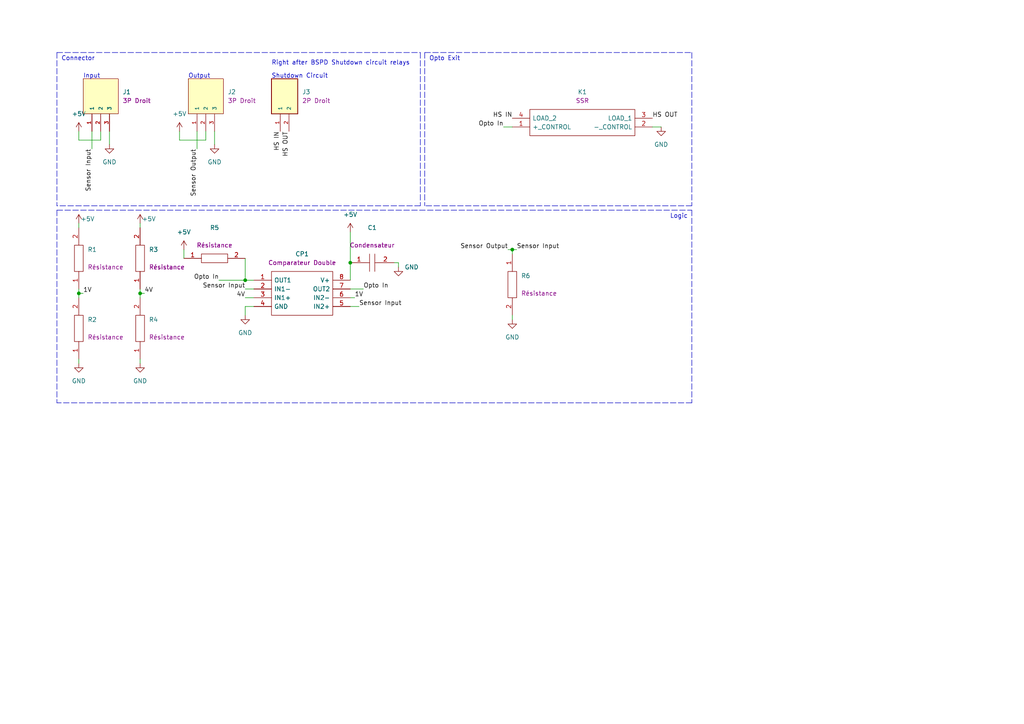
<source format=kicad_sch>
(kicad_sch (version 20211123) (generator eeschema)

  (uuid 0d8c37ba-4623-4e77-b154-76fe920df1be)

  (paper "A4")

  (lib_symbols
    (symbol "EPSA_lib:2P Droit 2-11-2022" (pin_names (offset 1.016)) (in_bom yes) (on_board yes)
      (property "Reference" "J" (id 0) (at 6.35 5.08 0)
        (effects (font (size 1.27 1.27)) (justify left bottom))
      )
      (property "Value" "2P Droit 2-11-2022" (id 1) (at 6.35 7.62 0)
        (effects (font (size 1.27 1.27)) (justify left bottom) hide)
      )
      (property "Footprint" "EPSA_lib:MOLEX_22-11-2022" (id 2) (at 6.35 -2.54 0)
        (effects (font (size 1.27 1.27)) (justify left bottom) hide)
      )
      (property "Datasheet" "" (id 3) (at 0 0 0)
        (effects (font (size 1.27 1.27)) (justify left bottom) hide)
      )
      (property "MAXIMUM_PACKAGE_HEIGHT" "10.66mm" (id 4) (at 6.35 -7.62 0)
        (effects (font (size 1.27 1.27)) (justify left bottom) hide)
      )
      (property "PARTREV" "BD8" (id 5) (at 6.35 2.54 0)
        (effects (font (size 1.27 1.27)) (justify left bottom) hide)
      )
      (property "STANDARD" "Manufacturer Recommendations" (id 6) (at 6.35 0 0)
        (effects (font (size 1.27 1.27)) (justify left bottom) hide)
      )
      (property "MANUFACTURER" "Molex" (id 7) (at 6.35 -5.08 0)
        (effects (font (size 1.27 1.27)) (justify left bottom) hide)
      )
      (property "Spice_Primitive" "J" (id 8) (at 6.35 5.08 0)
        (effects (font (size 1.27 1.27)) (justify left bottom) hide)
      )
      (property "Spice_Model" "22-11-2022" (id 9) (at 12.7 2.54 0)
        (effects (font (size 1.27 1.27)) (justify left bottom) hide)
      )
      (property "Spice_Netlist_Enabled" "N" (id 10) (at 7.62 5.08 0)
        (effects (font (size 1.27 1.27)) (justify left bottom) hide)
      )
      (property "Render Name" "2P Droit" (id 11) (at 0 3.81 0)
        (effects (font (size 1.27 1.27)))
      )
      (symbol "2P Droit 2-11-2022_0_0"
        (rectangle (start -5.08 -5.08) (end 5.08 2.54)
          (stroke (width 0.254) (type default) (color 0 0 0 0))
          (fill (type background))
        )
        (pin passive line (at -10.16 0 0) (length 5.08)
          (name "1" (effects (font (size 1.016 1.016))))
          (number "1" (effects (font (size 1.016 1.016))))
        )
        (pin passive line (at -10.16 -2.54 0) (length 5.08)
          (name "2" (effects (font (size 1.016 1.016))))
          (number "2" (effects (font (size 1.016 1.016))))
        )
      )
    )
    (symbol "EPSA_lib:3P Droit 22-11-2032" (pin_names (offset 1.016)) (in_bom yes) (on_board yes)
      (property "Reference" "J" (id 0) (at 6.35 7.62 0)
        (effects (font (size 1.27 1.27)) (justify left bottom))
      )
      (property "Value" "3P Droit 22-11-2032" (id 1) (at 6.35 -8.89 0)
        (effects (font (size 1.27 1.27)) (justify left bottom) hide)
      )
      (property "Footprint" "EPSA_lib:MOLEX_22-11-2032" (id 2) (at 6.35 -5.08 0)
        (effects (font (size 1.27 1.27)) (justify left bottom) hide)
      )
      (property "Datasheet" "" (id 3) (at 0 0 0)
        (effects (font (size 1.27 1.27)) (justify left bottom) hide)
      )
      (property "STANDARD" "Manufacturer recommendations" (id 4) (at 6.35 -6.35 0)
        (effects (font (size 1.27 1.27)) (justify left bottom) hide)
      )
      (property "PARTREV" "BD8" (id 5) (at 6.35 0 0)
        (effects (font (size 1.27 1.27)) (justify left bottom) hide)
      )
      (property "MAXIMUM_PACKAGE_HEIGHT" "10.66mm" (id 6) (at 6.35 -2.54 0)
        (effects (font (size 1.27 1.27)) (justify left bottom) hide)
      )
      (property "MANUFACTURER" "Molex" (id 7) (at 6.35 2.54 0)
        (effects (font (size 1.27 1.27)) (justify left bottom) hide)
      )
      (property "Spice_Primitive" "J" (id 8) (at 6.35 7.62 0)
        (effects (font (size 1.27 1.27)) (justify left bottom) hide)
      )
      (property "Spice_Model" "22-11-2032" (id 9) (at 6.35 5.08 0)
        (effects (font (size 1.27 1.27)) (justify left bottom) hide)
      )
      (property "Spice_Netlist_Enabled" "N" (id 10) (at 8.89 7.62 0)
        (effects (font (size 1.27 1.27)) (justify left bottom) hide)
      )
      (property "Render Name" "3P Droit" (id 11) (at 0 6.35 0)
        (effects (font (size 1.27 1.27)))
      )
      (symbol "3P Droit 22-11-2032_0_0"
        (rectangle (start -5.08 -5.08) (end 5.08 5.08)
          (stroke (width 0.1524) (type default) (color 0 0 0 0))
          (fill (type background))
        )
        (pin passive line (at -10.16 2.54 0) (length 5.08)
          (name "1" (effects (font (size 1.016 1.016))))
          (number "1" (effects (font (size 1.016 1.016))))
        )
        (pin passive line (at -10.16 0 0) (length 5.08)
          (name "2" (effects (font (size 1.016 1.016))))
          (number "2" (effects (font (size 1.016 1.016))))
        )
        (pin passive line (at -10.16 -2.54 0) (length 5.08)
          (name "3" (effects (font (size 1.016 1.016))))
          (number "3" (effects (font (size 1.016 1.016))))
        )
      )
    )
    (symbol "EPSA_lib:Comparateur Double LM393LVDR" (pin_names (offset 0.762)) (in_bom yes) (on_board yes)
      (property "Reference" "CP" (id 0) (at 35.56 8.89 0)
        (effects (font (size 1.27 1.27)) (justify left))
      )
      (property "Value" "Comparateur Double LM393LVDR" (id 1) (at 35.56 6.35 0)
        (effects (font (size 1.27 1.27)) (justify left) hide)
      )
      (property "Footprint" "EPSA_lib:SOIC127P600X175-8N" (id 2) (at 35.56 3.81 0)
        (effects (font (size 1.27 1.27)) (justify left) hide)
      )
      (property "Datasheet" "https://www.ti.com/lit/ds/symlink/lm393lv.pdf?ts=1609509320428&ref_url=https%253A%252F%252Feu.mouser.com%252F" (id 3) (at 35.56 1.27 0)
        (effects (font (size 1.27 1.27)) (justify left) hide)
      )
      (property "Description" "Analog Comparators 1.65-V to 5.5-V, low voltage dual commodity comparator" (id 4) (at 35.56 -1.27 0)
        (effects (font (size 1.27 1.27)) (justify left) hide)
      )
      (property "Height" "1.75" (id 5) (at 35.56 -3.81 0)
        (effects (font (size 1.27 1.27)) (justify left) hide)
      )
      (property "Manufacturer_Name" "Texas Instruments" (id 6) (at 35.56 -6.35 0)
        (effects (font (size 1.27 1.27)) (justify left) hide)
      )
      (property "Manufacturer_Part_Number" "LM393LVDR" (id 7) (at 35.56 -8.89 0)
        (effects (font (size 1.27 1.27)) (justify left) hide)
      )
      (property "Mouser Part Number" "595-LM393LVDR" (id 8) (at 35.56 -11.43 0)
        (effects (font (size 1.27 1.27)) (justify left) hide)
      )
      (property "Mouser Price/Stock" "https://www.mouser.co.uk/ProductDetail/Texas-Instruments/LM393LVDR?qs=zW32dvEIR3vk5%2FzEI25KTQ%3D%3D" (id 9) (at 35.56 -13.97 0)
        (effects (font (size 1.27 1.27)) (justify left) hide)
      )
      (property "Arrow Part Number" "LM393LVDR" (id 10) (at 35.56 -16.51 0)
        (effects (font (size 1.27 1.27)) (justify left) hide)
      )
      (property "Arrow Price/Stock" "https://www.arrow.com/en/products/lm393lvdr/texas-instruments" (id 11) (at 35.56 -19.05 0)
        (effects (font (size 1.27 1.27)) (justify left) hide)
      )
      (property "Mouser Testing Part Number" "" (id 12) (at 24.13 -22.86 0)
        (effects (font (size 1.27 1.27)) (justify left) hide)
      )
      (property "Mouser Testing Price/Stock" "" (id 13) (at 24.13 -25.4 0)
        (effects (font (size 1.27 1.27)) (justify left) hide)
      )
      (property "Spice_Primitive" "X" (id 14) (at 41.91 8.89 0)
        (effects (font (size 1.27 1.27)) (justify left) hide)
      )
      (property "Spice_Model" "LM2903B_Dual" (id 15) (at 35.56 11.43 0)
        (effects (font (size 1.27 1.27)) (justify left) hide)
      )
      (property "Spice_Netlist_Enabled" "Y" (id 16) (at 43.18 8.89 0)
        (effects (font (size 1.27 1.27)) (justify left) hide)
      )
      (property "Spice_Lib_File" "${EPSA}\\SpiceModel\\CD_lm393.lib" (id 17) (at -2.54 6.35 0)
        (effects (font (size 1.27 1.27)) (justify left) hide)
      )
      (property "Render Name" "Comparateur Double" (id 18) (at 13.97 3.81 0)
        (effects (font (size 1.27 1.27)))
      )
      (property "ki_description" "Analog Comparators 1.65-V to 5.5-V, low voltage dual commodity comparator" (id 19) (at 0 0 0)
        (effects (font (size 1.27 1.27)) hide)
      )
      (symbol "Comparateur Double LM393LVDR_0_0"
        (pin passive line (at 0 0 0) (length 5.08)
          (name "OUT1" (effects (font (size 1.27 1.27))))
          (number "1" (effects (font (size 1.27 1.27))))
        )
        (pin passive line (at 0 -2.54 0) (length 5.08)
          (name "IN1-" (effects (font (size 1.27 1.27))))
          (number "2" (effects (font (size 1.27 1.27))))
        )
        (pin passive line (at 0 -5.08 0) (length 5.08)
          (name "IN1+" (effects (font (size 1.27 1.27))))
          (number "3" (effects (font (size 1.27 1.27))))
        )
        (pin passive line (at 0 -7.62 0) (length 5.08)
          (name "GND" (effects (font (size 1.27 1.27))))
          (number "4" (effects (font (size 1.27 1.27))))
        )
        (pin passive line (at 27.94 -7.62 180) (length 5.08)
          (name "IN2+" (effects (font (size 1.27 1.27))))
          (number "5" (effects (font (size 1.27 1.27))))
        )
        (pin passive line (at 27.94 -5.08 180) (length 5.08)
          (name "IN2-" (effects (font (size 1.27 1.27))))
          (number "6" (effects (font (size 1.27 1.27))))
        )
        (pin passive line (at 27.94 -2.54 180) (length 5.08)
          (name "OUT2" (effects (font (size 1.27 1.27))))
          (number "7" (effects (font (size 1.27 1.27))))
        )
        (pin passive line (at 27.94 0 180) (length 5.08)
          (name "V+" (effects (font (size 1.27 1.27))))
          (number "8" (effects (font (size 1.27 1.27))))
        )
      )
      (symbol "Comparateur Double LM393LVDR_0_1"
        (polyline
          (pts
            (xy 5.08 2.54)
            (xy 22.86 2.54)
            (xy 22.86 -10.16)
            (xy 5.08 -10.16)
            (xy 5.08 2.54)
          )
          (stroke (width 0.1524) (type default) (color 0 0 0 0))
          (fill (type none))
        )
      )
    )
    (symbol "EPSA_lib:Condensateur 0805Y1000104JXT" (pin_names (offset 0.762)) (in_bom yes) (on_board yes)
      (property "Reference" "C" (id 0) (at 20.32 5.08 0)
        (effects (font (size 1.27 1.27)) (justify left))
      )
      (property "Value" "Condensateur 0805Y1000104JXT" (id 1) (at 20.32 2.54 0)
        (effects (font (size 1.27 1.27)) (justify left) hide)
      )
      (property "Footprint" "EPSA_lib:CAPC2012X130N" (id 2) (at 20.32 0 0)
        (effects (font (size 1.27 1.27)) (justify left) hide)
      )
      (property "Datasheet" "http://docs-europe.electrocomponents.com/webdocs/119d/0900766b8119d7bc.pdf" (id 3) (at 20.32 -2.54 0)
        (effects (font (size 1.27 1.27)) (justify left) hide)
      )
      (property "Description" "Syfer 0805 Ceramic Chip Capacitors" (id 4) (at 20.32 -5.08 0)
        (effects (font (size 1.27 1.27)) (justify left) hide)
      )
      (property "Height" "1.3" (id 5) (at 20.32 -7.62 0)
        (effects (font (size 1.27 1.27)) (justify left) hide)
      )
      (property "Manufacturer_Name" "Syfer" (id 6) (at 20.32 -10.16 0)
        (effects (font (size 1.27 1.27)) (justify left) hide)
      )
      (property "Manufacturer_Part_Number" "0805Y1000104JXT" (id 7) (at 20.32 -12.7 0)
        (effects (font (size 1.27 1.27)) (justify left) hide)
      )
      (property "Mouser Part Number" "" (id 8) (at 8.89 -13.97 0)
        (effects (font (size 1.27 1.27)) (justify left) hide)
      )
      (property "Mouser Price/Stock" "" (id 9) (at 20.32 -12.7 0)
        (effects (font (size 1.27 1.27)) (justify left) hide)
      )
      (property "Arrow Part Number" "0805Y1000104JXT" (id 10) (at 20.32 -12.7 0)
        (effects (font (size 1.27 1.27)) (justify left) hide)
      )
      (property "Arrow Price/Stock" "https://www.arrow.com/en/products/0805y1000104jxt/syfer-technology?region=europe" (id 11) (at 20.32 -15.24 0)
        (effects (font (size 1.27 1.27)) (justify left) hide)
      )
      (property "Mouser Testing Part Number" "" (id 12) (at 20.32 -17.78 0)
        (effects (font (size 1.27 1.27)) (justify left) hide)
      )
      (property "Mouser Testing Price/Stock" "" (id 13) (at 20.32 -22.86 0)
        (effects (font (size 1.27 1.27)) (justify left) hide)
      )
      (property "Spice_Primitive" "C" (id 14) (at 20.32 5.08 0)
        (effects (font (size 1.27 1.27)) (justify left) hide)
      )
      (property "Spice_Model" "10" (id 15) (at 5.08 6.35 0)
        (effects (font (size 1.27 1.27)) (justify left))
      )
      (property "Spice_Netlist_Enabled" "Y" (id 16) (at 22.86 5.08 0)
        (effects (font (size 1.27 1.27)) (justify left) hide)
      )
      (property "Render Name" "Condensateur" (id 17) (at 6.35 3.81 0)
        (effects (font (size 1.27 1.27)))
      )
      (property "ki_description" "Syfer 0805 Ceramic Chip Capacitors" (id 18) (at 0 0 0)
        (effects (font (size 1.27 1.27)) hide)
      )
      (symbol "Condensateur 0805Y1000104JXT_0_0"
        (pin passive line (at 0 0 0) (length 5.08)
          (name "~" (effects (font (size 1.27 1.27))))
          (number "1" (effects (font (size 1.27 1.27))))
        )
        (pin passive line (at 12.7 0 180) (length 5.08)
          (name "~" (effects (font (size 1.27 1.27))))
          (number "2" (effects (font (size 1.27 1.27))))
        )
      )
      (symbol "Condensateur 0805Y1000104JXT_0_1"
        (polyline
          (pts
            (xy 5.08 0)
            (xy 5.588 0)
          )
          (stroke (width 0.1524) (type default) (color 0 0 0 0))
          (fill (type none))
        )
        (polyline
          (pts
            (xy 5.588 2.54)
            (xy 5.588 -2.54)
          )
          (stroke (width 0.1524) (type default) (color 0 0 0 0))
          (fill (type none))
        )
        (polyline
          (pts
            (xy 7.112 0)
            (xy 7.62 0)
          )
          (stroke (width 0.1524) (type default) (color 0 0 0 0))
          (fill (type none))
        )
        (polyline
          (pts
            (xy 7.112 2.54)
            (xy 7.112 -2.54)
          )
          (stroke (width 0.1524) (type default) (color 0 0 0 0))
          (fill (type none))
        )
      )
    )
    (symbol "EPSA_lib:Résistance RK73H2BLTDD2152F" (pin_names (offset 0.762)) (in_bom yes) (on_board yes)
      (property "Reference" "R" (id 0) (at 25.4 5.08 0)
        (effects (font (size 1.27 1.27)) (justify left))
      )
      (property "Value" "Résistance RK73H2BLTDD2152F" (id 1) (at 25.4 2.54 0)
        (effects (font (size 1.27 1.27)) (justify left) hide)
      )
      (property "Footprint" "EPSA_lib:RESC3216X70N" (id 2) (at 25.4 0 0)
        (effects (font (size 1.27 1.27)) (justify left) hide)
      )
      (property "Datasheet" "http://www.koaspeer.com/catimages/Products/RK73H/RK73H.pdf" (id 3) (at 25.4 -2.54 0)
        (effects (font (size 1.27 1.27)) (justify left) hide)
      )
      (property "Description" "Thick Film Resistors - SMD" (id 4) (at 25.4 -5.08 0)
        (effects (font (size 1.27 1.27)) (justify left) hide)
      )
      (property "Height" "0.7" (id 5) (at 25.4 -7.62 0)
        (effects (font (size 1.27 1.27)) (justify left) hide)
      )
      (property "Manufacturer_Name" "KOA Speer" (id 6) (at 25.4 -10.16 0)
        (effects (font (size 1.27 1.27)) (justify left) hide)
      )
      (property "Manufacturer_Part_Number" "RK73H2BLTDD2152F" (id 7) (at 25.4 -12.7 0)
        (effects (font (size 1.27 1.27)) (justify left) hide)
      )
      (property "Mouser Part Number" "N/A" (id 8) (at 25.4 -15.24 0)
        (effects (font (size 1.27 1.27)) (justify left) hide)
      )
      (property "Mouser Price/Stock" "https://www.mouser.co.uk/ProductDetail/KOA-Speer/RK73H2BLTDD2152F?qs=WeIALVmW3zmyxMFsjVzMRw%3D%3D" (id 9) (at 25.4 -17.78 0)
        (effects (font (size 1.27 1.27)) (justify left) hide)
      )
      (property "Arrow Part Number" "" (id 10) (at 13.97 -19.05 0)
        (effects (font (size 1.27 1.27)) (justify left) hide)
      )
      (property "Arrow Price/Stock" "" (id 11) (at 13.97 -21.59 0)
        (effects (font (size 1.27 1.27)) (justify left) hide)
      )
      (property "Mouser Testing Part Number" "" (id 12) (at 13.97 -24.13 0)
        (effects (font (size 1.27 1.27)) (justify left) hide)
      )
      (property "Mouser Testing Price/Stock" "" (id 13) (at 13.97 -26.67 0)
        (effects (font (size 1.27 1.27)) (justify left) hide)
      )
      (property "Spice_Primitive" "R" (id 14) (at 25.4 5.08 0)
        (effects (font (size 1.27 1.27)) (justify left) hide)
      )
      (property "Spice_Model" "10" (id 15) (at 7.62 5.08 0)
        (effects (font (size 1.27 1.27)) (justify left))
      )
      (property "Spice_Netlist_Enabled" "Y" (id 16) (at 27.94 5.08 0)
        (effects (font (size 1.27 1.27)) (justify left) hide)
      )
      (property "Render Name" "Résistance" (id 17) (at 8.89 2.54 0)
        (effects (font (size 1.27 1.27)))
      )
      (property "ki_description" "Thick Film Resistors - SMD" (id 18) (at 0 0 0)
        (effects (font (size 1.27 1.27)) hide)
      )
      (symbol "Résistance RK73H2BLTDD2152F_0_0"
        (pin passive line (at 0 0 0) (length 5.08)
          (name "~" (effects (font (size 1.27 1.27))))
          (number "1" (effects (font (size 1.27 1.27))))
        )
        (pin passive line (at 17.78 0 180) (length 5.08)
          (name "~" (effects (font (size 1.27 1.27))))
          (number "2" (effects (font (size 1.27 1.27))))
        )
      )
      (symbol "Résistance RK73H2BLTDD2152F_0_1"
        (polyline
          (pts
            (xy 5.08 1.27)
            (xy 12.7 1.27)
            (xy 12.7 -1.27)
            (xy 5.08 -1.27)
            (xy 5.08 1.27)
          )
          (stroke (width 0.1524) (type default) (color 0 0 0 0))
          (fill (type none))
        )
      )
    )
    (symbol "EPSA_lib:SSR CPC1394GR" (pin_names (offset 0.762)) (in_bom yes) (on_board yes)
      (property "Reference" "K" (id 0) (at 48.26 7.62 0)
        (effects (font (size 1.27 1.27)) (justify left))
      )
      (property "Value" "SSR CPC1394GR" (id 1) (at 48.26 5.08 0)
        (effects (font (size 1.27 1.27)) (justify left) hide)
      )
      (property "Footprint" "EPSA_lib:CPC1394GR" (id 2) (at 48.26 2.54 0)
        (effects (font (size 1.27 1.27)) (justify left) hide)
      )
      (property "Datasheet" "https://componentsearchengine.com/Datasheets/1/CPC1394GR.pdf" (id 3) (at 48.26 0 0)
        (effects (font (size 1.27 1.27)) (justify left) hide)
      )
      (property "Description" "SPST-NO Solid State Relay Solder 120 mA rms/mA dc Surface Mount, DC MOSFET" (id 4) (at 48.26 -2.54 0)
        (effects (font (size 1.27 1.27)) (justify left) hide)
      )
      (property "Height" "3.556" (id 5) (at 48.26 -5.08 0)
        (effects (font (size 1.27 1.27)) (justify left) hide)
      )
      (property "Manufacturer_Name" "LITTELFUSE" (id 6) (at 48.26 -7.62 0)
        (effects (font (size 1.27 1.27)) (justify left) hide)
      )
      (property "Manufacturer_Part_Number" "CPC1394GR" (id 7) (at 48.26 -10.16 0)
        (effects (font (size 1.27 1.27)) (justify left) hide)
      )
      (property "Mouser Part Number" "849-CPC1394GR" (id 8) (at 48.26 -12.7 0)
        (effects (font (size 1.27 1.27)) (justify left) hide)
      )
      (property "Mouser Price/Stock" "https://www.mouser.co.uk/ProductDetail/IXYS-Integrated-Circuits/CPC1394GR?qs=8uBHJDVwVqyTG8bzDwZMmA%3D%3D" (id 9) (at 48.26 -15.24 0)
        (effects (font (size 1.27 1.27)) (justify left) hide)
      )
      (property "Arrow Part Number" "" (id 10) (at 36.83 -17.78 0)
        (effects (font (size 1.27 1.27)) (justify left) hide)
      )
      (property "Arrow Price/Stock" "" (id 11) (at 36.83 -20.32 0)
        (effects (font (size 1.27 1.27)) (justify left) hide)
      )
      (property "Mouser Testing Part Number" "" (id 12) (at 36.83 -22.86 0)
        (effects (font (size 1.27 1.27)) (justify left) hide)
      )
      (property "Mouser Testing Price/Stock" "" (id 13) (at 36.83 -25.4 0)
        (effects (font (size 1.27 1.27)) (justify left) hide)
      )
      (property "Spice_Primitive" "X" (id 14) (at 59.69 10.16 0)
        (effects (font (size 1.27 1.27)) (justify left) hide)
      )
      (property "Spice_Model" "SWITCH" (id 15) (at 48.26 10.16 0)
        (effects (font (size 1.27 1.27)) (justify left) hide)
      )
      (property "Spice_Netlist_Enabled" "Y" (id 16) (at 60.96 10.16 0)
        (effects (font (size 1.27 1.27)) (justify left) hide)
      )
      (property "Spice_Lib_File" "${EPSA}\\SpiceModel\\SSR.lib" (id 17) (at 6.35 6.35 0)
        (effects (font (size 1.27 1.27)) (justify left) hide)
      )
      (property "Render Name" "SSR" (id 18) (at 19.05 3.81 0)
        (effects (font (size 1.27 1.27)))
      )
      (property "ki_description" "SPST-NO Solid State Relay Solder 120 mA rms/mA dc Surface Mount, DC MOSFET" (id 19) (at 0 0 0)
        (effects (font (size 1.27 1.27)) hide)
      )
      (symbol "SSR CPC1394GR_0_0"
        (pin passive line (at 0 -2.54 0) (length 5.08)
          (name "+_CONTROL" (effects (font (size 1.27 1.27))))
          (number "1" (effects (font (size 1.27 1.27))))
        )
        (pin passive line (at 40.64 -2.54 180) (length 5.08)
          (name "-_CONTROL" (effects (font (size 1.27 1.27))))
          (number "2" (effects (font (size 1.27 1.27))))
        )
        (pin passive line (at 40.64 0 180) (length 5.08)
          (name "LOAD_1" (effects (font (size 1.27 1.27))))
          (number "3" (effects (font (size 1.27 1.27))))
        )
        (pin passive line (at 0 0 0) (length 5.08)
          (name "LOAD_2" (effects (font (size 1.27 1.27))))
          (number "4" (effects (font (size 1.27 1.27))))
        )
      )
      (symbol "SSR CPC1394GR_0_1"
        (polyline
          (pts
            (xy 5.08 2.54)
            (xy 35.56 2.54)
            (xy 35.56 -5.08)
            (xy 5.08 -5.08)
            (xy 5.08 2.54)
          )
          (stroke (width 0.1524) (type default) (color 0 0 0 0))
          (fill (type none))
        )
      )
    )
    (symbol "power:+5V" (power) (pin_names (offset 0)) (in_bom yes) (on_board yes)
      (property "Reference" "#PWR" (id 0) (at 0 -3.81 0)
        (effects (font (size 1.27 1.27)) hide)
      )
      (property "Value" "+5V" (id 1) (at 0 3.556 0)
        (effects (font (size 1.27 1.27)))
      )
      (property "Footprint" "" (id 2) (at 0 0 0)
        (effects (font (size 1.27 1.27)) hide)
      )
      (property "Datasheet" "" (id 3) (at 0 0 0)
        (effects (font (size 1.27 1.27)) hide)
      )
      (property "ki_keywords" "power-flag" (id 4) (at 0 0 0)
        (effects (font (size 1.27 1.27)) hide)
      )
      (property "ki_description" "Power symbol creates a global label with name \"+5V\"" (id 5) (at 0 0 0)
        (effects (font (size 1.27 1.27)) hide)
      )
      (symbol "+5V_0_1"
        (polyline
          (pts
            (xy -0.762 1.27)
            (xy 0 2.54)
          )
          (stroke (width 0) (type default) (color 0 0 0 0))
          (fill (type none))
        )
        (polyline
          (pts
            (xy 0 0)
            (xy 0 2.54)
          )
          (stroke (width 0) (type default) (color 0 0 0 0))
          (fill (type none))
        )
        (polyline
          (pts
            (xy 0 2.54)
            (xy 0.762 1.27)
          )
          (stroke (width 0) (type default) (color 0 0 0 0))
          (fill (type none))
        )
      )
      (symbol "+5V_1_1"
        (pin power_in line (at 0 0 90) (length 0) hide
          (name "+5V" (effects (font (size 1.27 1.27))))
          (number "1" (effects (font (size 1.27 1.27))))
        )
      )
    )
    (symbol "power:GND" (power) (pin_names (offset 0)) (in_bom yes) (on_board yes)
      (property "Reference" "#PWR" (id 0) (at 0 -6.35 0)
        (effects (font (size 1.27 1.27)) hide)
      )
      (property "Value" "GND" (id 1) (at 0 -3.81 0)
        (effects (font (size 1.27 1.27)))
      )
      (property "Footprint" "" (id 2) (at 0 0 0)
        (effects (font (size 1.27 1.27)) hide)
      )
      (property "Datasheet" "" (id 3) (at 0 0 0)
        (effects (font (size 1.27 1.27)) hide)
      )
      (property "ki_keywords" "power-flag" (id 4) (at 0 0 0)
        (effects (font (size 1.27 1.27)) hide)
      )
      (property "ki_description" "Power symbol creates a global label with name \"GND\" , ground" (id 5) (at 0 0 0)
        (effects (font (size 1.27 1.27)) hide)
      )
      (symbol "GND_0_1"
        (polyline
          (pts
            (xy 0 0)
            (xy 0 -1.27)
            (xy 1.27 -1.27)
            (xy 0 -2.54)
            (xy -1.27 -1.27)
            (xy 0 -1.27)
          )
          (stroke (width 0) (type default) (color 0 0 0 0))
          (fill (type none))
        )
      )
      (symbol "GND_1_1"
        (pin power_in line (at 0 0 270) (length 0) hide
          (name "GND" (effects (font (size 1.27 1.27))))
          (number "1" (effects (font (size 1.27 1.27))))
        )
      )
    )
  )

  (junction (at 148.59 72.39) (diameter 0) (color 0 0 0 0)
    (uuid 14f2b7bd-9891-40c7-bc17-da1a29eca901)
  )
  (junction (at 40.64 85.09) (diameter 0) (color 0 0 0 0)
    (uuid 3897f0ff-2052-4412-9c15-2f4d786d43ac)
  )
  (junction (at 101.6 76.2) (diameter 0) (color 0 0 0 0)
    (uuid 3b380dd9-af6b-44f5-b37a-c502a4f04691)
  )
  (junction (at 22.86 85.09) (diameter 0) (color 0 0 0 0)
    (uuid 3fcd7d92-fded-498a-bfea-9de2b9bb1212)
  )
  (junction (at 71.12 81.28) (diameter 0) (color 0 0 0 0)
    (uuid ce1f46ef-8bb7-49d8-9701-93eb7d5b7b3d)
  )

  (polyline (pts (xy 121.92 59.69) (xy 16.51 59.69))
    (stroke (width 0) (type default) (color 0 0 0 0))
    (uuid 0be96775-c495-48ff-b020-d79cee1cd8d9)
  )
  (polyline (pts (xy 16.51 60.96) (xy 200.66 60.96))
    (stroke (width 0) (type default) (color 0 0 0 0))
    (uuid 0be992c2-67b4-4d9f-abeb-955b20cd08a7)
  )

  (wire (pts (xy 71.12 81.28) (xy 73.66 81.28))
    (stroke (width 0) (type default) (color 0 0 0 0))
    (uuid 0e13f96f-4c1a-4ffa-b50f-c4ea6f4b08a5)
  )
  (wire (pts (xy 101.6 86.36) (xy 102.87 86.36))
    (stroke (width 0) (type default) (color 0 0 0 0))
    (uuid 10996f81-a932-49b7-b1ea-89140d2ac547)
  )
  (wire (pts (xy 22.86 83.82) (xy 22.86 85.09))
    (stroke (width 0) (type default) (color 0 0 0 0))
    (uuid 12545b39-6119-4c27-9103-a62754ecbdec)
  )
  (wire (pts (xy 101.6 83.82) (xy 105.41 83.82))
    (stroke (width 0) (type default) (color 0 0 0 0))
    (uuid 15e9afd3-132f-4f8a-b092-6ece350e4db2)
  )
  (polyline (pts (xy 200.66 15.24) (xy 200.66 59.69))
    (stroke (width 0) (type default) (color 0 0 0 0))
    (uuid 1700ba23-263e-4e55-a59b-b13ed68b7bce)
  )

  (wire (pts (xy 115.57 76.2) (xy 115.57 77.47))
    (stroke (width 0) (type default) (color 0 0 0 0))
    (uuid 23ffaa68-15dc-4839-a89b-0e98c271acf6)
  )
  (wire (pts (xy 40.64 85.09) (xy 41.91 85.09))
    (stroke (width 0) (type default) (color 0 0 0 0))
    (uuid 2a241490-d4e5-4b91-8344-1d2dc6f1d88b)
  )
  (wire (pts (xy 148.59 72.39) (xy 148.59 73.66))
    (stroke (width 0) (type default) (color 0 0 0 0))
    (uuid 2b608796-10e3-42b0-a7ee-4927894b4a5d)
  )
  (wire (pts (xy 40.64 85.09) (xy 40.64 86.36))
    (stroke (width 0) (type default) (color 0 0 0 0))
    (uuid 35ff09c8-e5e5-49d8-bb1e-72d6f4fd62b8)
  )
  (wire (pts (xy 59.69 40.64) (xy 52.07 40.64))
    (stroke (width 0) (type default) (color 0 0 0 0))
    (uuid 384f7258-aaf3-4d80-933b-c5847a1faefc)
  )
  (wire (pts (xy 71.12 86.36) (xy 73.66 86.36))
    (stroke (width 0) (type default) (color 0 0 0 0))
    (uuid 421fac33-f24d-49d5-8674-fec09a9f5d99)
  )
  (wire (pts (xy 71.12 74.93) (xy 71.12 81.28))
    (stroke (width 0) (type default) (color 0 0 0 0))
    (uuid 42b4855a-589a-4922-ae1d-60caa982db9a)
  )
  (wire (pts (xy 101.6 76.2) (xy 101.6 67.31))
    (stroke (width 0) (type default) (color 0 0 0 0))
    (uuid 45432a65-62bf-475b-a23d-3e8cb888d08c)
  )
  (wire (pts (xy 22.86 64.77) (xy 22.86 66.04))
    (stroke (width 0) (type default) (color 0 0 0 0))
    (uuid 457a085c-befd-41a4-bf84-01b6bb294870)
  )
  (wire (pts (xy 22.86 85.09) (xy 24.13 85.09))
    (stroke (width 0) (type default) (color 0 0 0 0))
    (uuid 4702a9da-a63d-434b-9ec9-214a37cd9c56)
  )
  (wire (pts (xy 114.3 76.2) (xy 115.57 76.2))
    (stroke (width 0) (type default) (color 0 0 0 0))
    (uuid 488a84f1-959d-4024-ad0e-8015eb5bda02)
  )
  (wire (pts (xy 31.75 38.1) (xy 31.75 41.91))
    (stroke (width 0) (type default) (color 0 0 0 0))
    (uuid 4fd78785-dccb-41d9-84a8-e5882bc0a403)
  )
  (polyline (pts (xy 123.19 15.24) (xy 123.19 59.69))
    (stroke (width 0) (type default) (color 0 0 0 0))
    (uuid 6174d0af-6e45-466e-be29-3bc2d1995f8e)
  )

  (wire (pts (xy 59.69 38.1) (xy 59.69 40.64))
    (stroke (width 0) (type default) (color 0 0 0 0))
    (uuid 6da72d64-cf3a-4cdf-8698-5388686c4d76)
  )
  (wire (pts (xy 101.6 81.28) (xy 101.6 76.2))
    (stroke (width 0) (type default) (color 0 0 0 0))
    (uuid 7b727e74-e0de-4bbc-a817-80563af030f1)
  )
  (wire (pts (xy 148.59 91.44) (xy 148.59 92.71))
    (stroke (width 0) (type default) (color 0 0 0 0))
    (uuid 7f0178ab-b97d-4051-8c51-e15fec180bff)
  )
  (wire (pts (xy 40.64 83.82) (xy 40.64 85.09))
    (stroke (width 0) (type default) (color 0 0 0 0))
    (uuid 80ef335f-5ea4-42c3-befc-3323cfdf4f42)
  )
  (wire (pts (xy 22.86 38.1) (xy 22.86 40.64))
    (stroke (width 0) (type default) (color 0 0 0 0))
    (uuid 870eacd9-96ba-4d4a-8d19-18ac9e484d5d)
  )
  (polyline (pts (xy 200.66 59.69) (xy 123.19 59.69))
    (stroke (width 0) (type default) (color 0 0 0 0))
    (uuid 8b4d650e-eae2-48f0-b549-96bca87fdcc1)
  )

  (wire (pts (xy 29.21 40.64) (xy 22.86 40.64))
    (stroke (width 0) (type default) (color 0 0 0 0))
    (uuid 97d9c225-9850-424f-ac25-76a806655c07)
  )
  (wire (pts (xy 73.66 88.9) (xy 71.12 88.9))
    (stroke (width 0) (type default) (color 0 0 0 0))
    (uuid 99c928a1-3f0a-44f7-acf0-fb4d53c46697)
  )
  (wire (pts (xy 146.05 36.83) (xy 148.59 36.83))
    (stroke (width 0) (type default) (color 0 0 0 0))
    (uuid 9b206aa1-5be8-4086-814a-b922991810ec)
  )
  (wire (pts (xy 22.86 85.09) (xy 22.86 86.36))
    (stroke (width 0) (type default) (color 0 0 0 0))
    (uuid 9d36e5e8-e252-4eca-81ca-e32034f7297b)
  )
  (wire (pts (xy 40.64 104.14) (xy 40.64 105.41))
    (stroke (width 0) (type default) (color 0 0 0 0))
    (uuid a82b710f-43a3-4074-8a1d-54ffcb61eaeb)
  )
  (polyline (pts (xy 16.51 15.24) (xy 16.51 59.69))
    (stroke (width 0) (type default) (color 0 0 0 0))
    (uuid aa78cb02-6fe5-4eff-bdad-e344d81f7ea0)
  )

  (wire (pts (xy 53.34 72.39) (xy 53.34 74.93))
    (stroke (width 0) (type default) (color 0 0 0 0))
    (uuid b4db9183-6108-4e8e-ae94-1435595ff2f7)
  )
  (polyline (pts (xy 121.92 15.24) (xy 121.92 59.69))
    (stroke (width 0) (type default) (color 0 0 0 0))
    (uuid b8813db1-7dff-463c-8ece-32209f4ff5d7)
  )

  (wire (pts (xy 71.12 83.82) (xy 73.66 83.82))
    (stroke (width 0) (type default) (color 0 0 0 0))
    (uuid b95248fd-6ca9-4db4-8887-324fcf8d9084)
  )
  (wire (pts (xy 40.64 64.77) (xy 40.64 66.04))
    (stroke (width 0) (type default) (color 0 0 0 0))
    (uuid bd12ecf4-de3f-4acb-81bf-763f1bdff5fa)
  )
  (polyline (pts (xy 16.51 15.24) (xy 121.92 15.24))
    (stroke (width 0) (type default) (color 0 0 0 0))
    (uuid bd26b43b-a34e-4688-ab3f-2857a20be917)
  )

  (wire (pts (xy 57.15 38.1) (xy 57.15 43.18))
    (stroke (width 0) (type default) (color 0 0 0 0))
    (uuid bf234596-5863-4ee9-a420-0ac0b40d1cf9)
  )
  (wire (pts (xy 189.23 36.83) (xy 191.77 36.83))
    (stroke (width 0) (type default) (color 0 0 0 0))
    (uuid cfb51623-9f44-47bb-8e8f-f058f4f2a8c7)
  )
  (wire (pts (xy 101.6 88.9) (xy 104.14 88.9))
    (stroke (width 0) (type default) (color 0 0 0 0))
    (uuid d26f592c-5c92-4bde-8009-16fb9def41c8)
  )
  (wire (pts (xy 148.59 72.39) (xy 149.86 72.39))
    (stroke (width 0) (type default) (color 0 0 0 0))
    (uuid d53c2b01-a594-44db-846a-a44ad5a18ecd)
  )
  (polyline (pts (xy 200.66 60.96) (xy 200.66 116.84))
    (stroke (width 0) (type default) (color 0 0 0 0))
    (uuid d6425c49-9ba8-42f2-8367-87f771342c94)
  )

  (wire (pts (xy 52.07 38.1) (xy 52.07 40.64))
    (stroke (width 0) (type default) (color 0 0 0 0))
    (uuid d861e12f-c73c-4602-8461-72a74c71b330)
  )
  (wire (pts (xy 29.21 38.1) (xy 29.21 40.64))
    (stroke (width 0) (type default) (color 0 0 0 0))
    (uuid d9a026f3-5f35-4602-9fcb-df257d9758e7)
  )
  (polyline (pts (xy 16.51 60.96) (xy 16.51 116.84))
    (stroke (width 0) (type default) (color 0 0 0 0))
    (uuid dabff924-b347-4d62-9e3d-913b60a89455)
  )

  (wire (pts (xy 71.12 88.9) (xy 71.12 91.44))
    (stroke (width 0) (type default) (color 0 0 0 0))
    (uuid dadd9d4a-d025-4a41-918d-81821cf319ea)
  )
  (polyline (pts (xy 123.19 15.24) (xy 200.66 15.24))
    (stroke (width 0) (type default) (color 0 0 0 0))
    (uuid df28feaa-8a03-45ae-bba2-0dee4f7051f5)
  )

  (wire (pts (xy 22.86 104.14) (xy 22.86 105.41))
    (stroke (width 0) (type default) (color 0 0 0 0))
    (uuid ecfc66aa-0223-4c0b-bf90-b4a218fd1733)
  )
  (wire (pts (xy 62.23 38.1) (xy 62.23 41.91))
    (stroke (width 0) (type default) (color 0 0 0 0))
    (uuid edfcc2a5-db9e-4146-ba25-0bbe4efaf46c)
  )
  (wire (pts (xy 147.32 72.39) (xy 148.59 72.39))
    (stroke (width 0) (type default) (color 0 0 0 0))
    (uuid ef6ed335-827d-43a8-9fc0-37380ee21ec1)
  )
  (wire (pts (xy 63.5 81.28) (xy 71.12 81.28))
    (stroke (width 0) (type default) (color 0 0 0 0))
    (uuid f67b318a-baab-46fb-b3a3-f498c9c0431d)
  )
  (wire (pts (xy 26.67 38.1) (xy 26.67 43.18))
    (stroke (width 0) (type default) (color 0 0 0 0))
    (uuid f99c9ee4-c787-445f-aa96-94234741f9ee)
  )
  (polyline (pts (xy 200.66 116.84) (xy 16.51 116.84))
    (stroke (width 0) (type default) (color 0 0 0 0))
    (uuid fd0400b2-5884-4555-bb06-2b40de28ea44)
  )

  (text "Connector" (at 17.78 17.78 0)
    (effects (font (size 1.27 1.27)) (justify left bottom))
    (uuid 397bd6ee-a18e-4e65-bca7-6f3f8654f5ad)
  )
  (text "Logic\n" (at 194.31 63.5 0)
    (effects (font (size 1.27 1.27)) (justify left bottom))
    (uuid 549a72f5-1fdc-4285-87ae-2d66c515498f)
  )
  (text "Right after BSPD Shutdown circuit relays" (at 78.74 19.05 0)
    (effects (font (size 1.27 1.27)) (justify left bottom))
    (uuid 5811738f-98fa-4aa4-92d0-43206d56fc35)
  )
  (text "Opto Exit" (at 124.46 17.78 0)
    (effects (font (size 1.27 1.27)) (justify left bottom))
    (uuid 90856458-1784-4118-aff4-7d372d5acd96)
  )
  (text "Output" (at 54.61 22.86 0)
    (effects (font (size 1.27 1.27)) (justify left bottom))
    (uuid 9f09a291-7db3-45fd-8e64-a1b85f7bb022)
  )
  (text "Input" (at 24.13 22.86 0)
    (effects (font (size 1.27 1.27)) (justify left bottom))
    (uuid a36443c8-26de-4f35-a2e5-33c894a5aba2)
  )
  (text "Shutdown Circuit" (at 78.74 22.86 0)
    (effects (font (size 1.27 1.27)) (justify left bottom))
    (uuid d267bf9b-c2ec-4d61-853a-38bb2291c6d5)
  )

  (label "HS IN" (at 81.28 38.1 270)
    (effects (font (size 1.27 1.27)) (justify right bottom))
    (uuid 0630e9b3-da41-4c1a-94f2-7e68b338da62)
  )
  (label "Opto In" (at 105.41 83.82 0)
    (effects (font (size 1.27 1.27)) (justify left bottom))
    (uuid 1d96ffcb-99c1-48bf-845d-07962cc264f4)
  )
  (label "Sensor Input" (at 149.86 72.39 0)
    (effects (font (size 1.27 1.27)) (justify left bottom))
    (uuid 3fd9750c-214b-42c1-ab36-ee109faf950f)
  )
  (label "HS OUT" (at 189.23 34.29 0)
    (effects (font (size 1.27 1.27)) (justify left bottom))
    (uuid 4c2be9e6-568d-45e4-9cb4-e0b43399d2fe)
  )
  (label "1V" (at 102.87 86.36 0)
    (effects (font (size 1.27 1.27)) (justify left bottom))
    (uuid 519252a5-9f17-47df-91c0-da62f90ee59b)
  )
  (label "HS IN" (at 148.59 34.29 180)
    (effects (font (size 1.27 1.27)) (justify right bottom))
    (uuid 63394d7e-c66e-475c-ac7e-3fdf18280feb)
  )
  (label "Sensor Input" (at 26.67 43.18 270)
    (effects (font (size 1.27 1.27)) (justify right bottom))
    (uuid 6c5ddd82-5eab-45cf-9577-e013aece401c)
  )
  (label "4V" (at 41.91 85.09 0)
    (effects (font (size 1.27 1.27)) (justify left bottom))
    (uuid 6cfbaa09-d94d-4f37-852a-652b49e8db0f)
  )
  (label "Opto In" (at 63.5 81.28 180)
    (effects (font (size 1.27 1.27)) (justify right bottom))
    (uuid 6e687146-f7ae-4196-ac07-dcebffd7f3e0)
  )
  (label "Sensor Output" (at 147.32 72.39 180)
    (effects (font (size 1.27 1.27)) (justify right bottom))
    (uuid 76895132-cd15-432c-a11d-2437ddeb3dca)
  )
  (label "Opto In" (at 146.05 36.83 180)
    (effects (font (size 1.27 1.27)) (justify right bottom))
    (uuid 80231b3a-e7eb-43c2-8f59-bb5068b7e780)
  )
  (label "Sensor Output" (at 57.15 43.18 270)
    (effects (font (size 1.27 1.27)) (justify right bottom))
    (uuid a01e6934-7a64-46a2-974c-2f368e9bb69b)
  )
  (label "1V" (at 24.13 85.09 0)
    (effects (font (size 1.27 1.27)) (justify left bottom))
    (uuid a2d95985-16ae-48cc-936b-4f30f74be843)
  )
  (label "Sensor Input" (at 71.12 83.82 180)
    (effects (font (size 1.27 1.27)) (justify right bottom))
    (uuid a4dc2467-6b5f-4bc3-b90b-e8e0c499716f)
  )
  (label "Sensor Input" (at 104.14 88.9 0)
    (effects (font (size 1.27 1.27)) (justify left bottom))
    (uuid b5834bb4-8aaa-44ac-afc4-3c94428802a4)
  )
  (label "HS OUT" (at 83.82 38.1 270)
    (effects (font (size 1.27 1.27)) (justify right bottom))
    (uuid d5ab22ee-fc95-4f4c-b7d1-cf371cf15118)
  )
  (label "4V" (at 71.12 86.36 180)
    (effects (font (size 1.27 1.27)) (justify right bottom))
    (uuid ee2835dd-9256-4f74-9315-cc32ed3f6db0)
  )

  (symbol (lib_id "power:+5V") (at 40.64 64.77 0) (unit 1)
    (in_bom yes) (on_board yes)
    (uuid 0b1ce781-2ce9-45a4-9c7a-639e7540f7a9)
    (property "Reference" "#PWR06" (id 0) (at 40.64 68.58 0)
      (effects (font (size 1.27 1.27)) hide)
    )
    (property "Value" "+5V" (id 1) (at 43.18 63.5 0))
    (property "Footprint" "" (id 2) (at 40.64 64.77 0)
      (effects (font (size 1.27 1.27)) hide)
    )
    (property "Datasheet" "" (id 3) (at 40.64 64.77 0)
      (effects (font (size 1.27 1.27)) hide)
    )
    (pin "1" (uuid 747561b1-8c02-4cfb-8f70-087e53955f77))
  )

  (symbol (lib_id "EPSA_lib:2P Droit 2-11-2022") (at 81.28 27.94 90) (unit 1)
    (in_bom yes) (on_board yes) (fields_autoplaced)
    (uuid 0f08746e-cfd1-47e4-a19e-8652dddbe529)
    (property "Reference" "J3" (id 0) (at 87.63 26.6699 90)
      (effects (font (size 1.27 1.27)) (justify right))
    )
    (property "Value" "2P Droit 2-11-2022" (id 1) (at 73.66 21.59 0)
      (effects (font (size 1.27 1.27)) (justify left bottom) hide)
    )
    (property "Footprint" "EPSA_lib:MOLEX_22-11-2022" (id 2) (at 83.82 21.59 0)
      (effects (font (size 1.27 1.27)) (justify left bottom) hide)
    )
    (property "Datasheet" "" (id 3) (at 81.28 27.94 0)
      (effects (font (size 1.27 1.27)) (justify left bottom) hide)
    )
    (property "MAXIMUM_PACKAGE_HEIGHT" "10.66mm" (id 4) (at 88.9 21.59 0)
      (effects (font (size 1.27 1.27)) (justify left bottom) hide)
    )
    (property "PARTREV" "BD8" (id 5) (at 78.74 21.59 0)
      (effects (font (size 1.27 1.27)) (justify left bottom) hide)
    )
    (property "STANDARD" "Manufacturer Recommendations" (id 6) (at 81.28 21.59 0)
      (effects (font (size 1.27 1.27)) (justify left bottom) hide)
    )
    (property "MANUFACTURER" "Molex" (id 7) (at 86.36 21.59 0)
      (effects (font (size 1.27 1.27)) (justify left bottom) hide)
    )
    (property "Spice_Primitive" "J" (id 8) (at 76.2 21.59 0)
      (effects (font (size 1.27 1.27)) (justify left bottom) hide)
    )
    (property "Spice_Model" "22-11-2022" (id 9) (at 78.74 15.24 0)
      (effects (font (size 1.27 1.27)) (justify left bottom) hide)
    )
    (property "Spice_Netlist_Enabled" "N" (id 10) (at 76.2 20.32 0)
      (effects (font (size 1.27 1.27)) (justify left bottom) hide)
    )
    (property "Render Name" "2P Droit" (id 11) (at 87.63 29.2099 90)
      (effects (font (size 1.27 1.27)) (justify right))
    )
    (pin "1" (uuid b0484af5-553c-42bd-958c-823e8bb48edb))
    (pin "2" (uuid ecc755c4-b082-414b-a179-27a13e7fea64))
  )

  (symbol (lib_id "EPSA_lib:Comparateur Double LM393LVDR") (at 73.66 81.28 0) (unit 1)
    (in_bom yes) (on_board yes)
    (uuid 3069eaa4-1e23-415a-9eee-fda16a3f15d9)
    (property "Reference" "CP1" (id 0) (at 87.63 73.66 0))
    (property "Value" "Comparateur Double LM393LVDR" (id 1) (at 109.22 74.93 0)
      (effects (font (size 1.27 1.27)) (justify left) hide)
    )
    (property "Footprint" "EPSA_lib:SOIC127P600X175-8N" (id 2) (at 109.22 77.47 0)
      (effects (font (size 1.27 1.27)) (justify left) hide)
    )
    (property "Datasheet" "https://www.ti.com/lit/ds/symlink/lm393lv.pdf?ts=1609509320428&ref_url=https%253A%252F%252Feu.mouser.com%252F" (id 3) (at 109.22 80.01 0)
      (effects (font (size 1.27 1.27)) (justify left) hide)
    )
    (property "Description" "Analog Comparators 1.65-V to 5.5-V, low voltage dual commodity comparator" (id 4) (at 109.22 82.55 0)
      (effects (font (size 1.27 1.27)) (justify left) hide)
    )
    (property "Height" "1.75" (id 5) (at 109.22 85.09 0)
      (effects (font (size 1.27 1.27)) (justify left) hide)
    )
    (property "Manufacturer_Name" "Texas Instruments" (id 6) (at 109.22 87.63 0)
      (effects (font (size 1.27 1.27)) (justify left) hide)
    )
    (property "Manufacturer_Part_Number" "LM393LVDR" (id 7) (at 109.22 90.17 0)
      (effects (font (size 1.27 1.27)) (justify left) hide)
    )
    (property "Mouser Part Number" "595-LM393LVDR" (id 8) (at 109.22 92.71 0)
      (effects (font (size 1.27 1.27)) (justify left) hide)
    )
    (property "Mouser Price/Stock" "https://www.mouser.co.uk/ProductDetail/Texas-Instruments/LM393LVDR?qs=zW32dvEIR3vk5%2FzEI25KTQ%3D%3D" (id 9) (at 109.22 95.25 0)
      (effects (font (size 1.27 1.27)) (justify left) hide)
    )
    (property "Arrow Part Number" "LM393LVDR" (id 10) (at 109.22 97.79 0)
      (effects (font (size 1.27 1.27)) (justify left) hide)
    )
    (property "Arrow Price/Stock" "https://www.arrow.com/en/products/lm393lvdr/texas-instruments" (id 11) (at 109.22 100.33 0)
      (effects (font (size 1.27 1.27)) (justify left) hide)
    )
    (property "Mouser Testing Part Number" "" (id 12) (at 97.79 104.14 0)
      (effects (font (size 1.27 1.27)) (justify left) hide)
    )
    (property "Mouser Testing Price/Stock" "" (id 13) (at 97.79 106.68 0)
      (effects (font (size 1.27 1.27)) (justify left) hide)
    )
    (property "Spice_Primitive" "X" (id 14) (at 115.57 72.39 0)
      (effects (font (size 1.27 1.27)) (justify left) hide)
    )
    (property "Spice_Model" "LM2903B_Dual" (id 15) (at 109.22 69.85 0)
      (effects (font (size 1.27 1.27)) (justify left) hide)
    )
    (property "Spice_Netlist_Enabled" "Y" (id 16) (at 116.84 72.39 0)
      (effects (font (size 1.27 1.27)) (justify left) hide)
    )
    (property "Spice_Lib_File" "${EPSA}\\SpiceModel\\CD_lm393.lib" (id 17) (at 71.12 74.93 0)
      (effects (font (size 1.27 1.27)) (justify left) hide)
    )
    (property "Render Name" "Comparateur Double" (id 18) (at 87.63 76.2 0))
    (pin "1" (uuid dd3c5142-4a4d-41e0-9cec-443bc5fec9b7))
    (pin "2" (uuid e4c8714c-02b1-4f33-b497-cdcbf2beb79f))
    (pin "3" (uuid 7c4dbd62-f49e-45d4-ad07-ed03bdf6449c))
    (pin "4" (uuid daa45283-966b-45ea-9169-5231a1af882c))
    (pin "5" (uuid 2189f1ad-c4de-4df0-bc50-454e89a2589b))
    (pin "6" (uuid 9472628e-6ad7-43e8-98bf-87c5154d596d))
    (pin "7" (uuid 9e0b91b1-9d34-4358-9bf2-ff1ca0cd22ce))
    (pin "8" (uuid 631cafda-edf6-482d-b383-cfde2a202a8f))
  )

  (symbol (lib_id "EPSA_lib:Résistance RK73H2BLTDD2152F") (at 148.59 73.66 270) (unit 1)
    (in_bom yes) (on_board yes) (fields_autoplaced)
    (uuid 32be16c6-2cee-41ac-87e0-b46b397b9d22)
    (property "Reference" "R6" (id 0) (at 151.13 80.0099 90)
      (effects (font (size 1.27 1.27)) (justify left))
    )
    (property "Value" "Résistance RK73H2BLTDD2152F" (id 1) (at 151.13 99.06 0)
      (effects (font (size 1.27 1.27)) (justify left) hide)
    )
    (property "Footprint" "EPSA_lib:RESC3216X70N" (id 2) (at 148.59 99.06 0)
      (effects (font (size 1.27 1.27)) (justify left) hide)
    )
    (property "Datasheet" "http://www.koaspeer.com/catimages/Products/RK73H/RK73H.pdf" (id 3) (at 146.05 99.06 0)
      (effects (font (size 1.27 1.27)) (justify left) hide)
    )
    (property "Description" "Thick Film Resistors - SMD" (id 4) (at 143.51 99.06 0)
      (effects (font (size 1.27 1.27)) (justify left) hide)
    )
    (property "Height" "0.7" (id 5) (at 140.97 99.06 0)
      (effects (font (size 1.27 1.27)) (justify left) hide)
    )
    (property "Manufacturer_Name" "KOA Speer" (id 6) (at 138.43 99.06 0)
      (effects (font (size 1.27 1.27)) (justify left) hide)
    )
    (property "Manufacturer_Part_Number" "RK73H2BLTDD2152F" (id 7) (at 135.89 99.06 0)
      (effects (font (size 1.27 1.27)) (justify left) hide)
    )
    (property "Mouser Part Number" "N/A" (id 8) (at 133.35 99.06 0)
      (effects (font (size 1.27 1.27)) (justify left) hide)
    )
    (property "Mouser Price/Stock" "https://www.mouser.co.uk/ProductDetail/KOA-Speer/RK73H2BLTDD2152F?qs=WeIALVmW3zmyxMFsjVzMRw%3D%3D" (id 9) (at 130.81 99.06 0)
      (effects (font (size 1.27 1.27)) (justify left) hide)
    )
    (property "Arrow Part Number" "" (id 10) (at 129.54 87.63 0)
      (effects (font (size 1.27 1.27)) (justify left) hide)
    )
    (property "Arrow Price/Stock" "" (id 11) (at 127 87.63 0)
      (effects (font (size 1.27 1.27)) (justify left) hide)
    )
    (property "Mouser Testing Part Number" "" (id 12) (at 124.46 87.63 0)
      (effects (font (size 1.27 1.27)) (justify left) hide)
    )
    (property "Mouser Testing Price/Stock" "" (id 13) (at 121.92 87.63 0)
      (effects (font (size 1.27 1.27)) (justify left) hide)
    )
    (property "Spice_Primitive" "R" (id 14) (at 153.67 99.06 0)
      (effects (font (size 1.27 1.27)) (justify left) hide)
    )
    (property "Spice_Model" "1mega" (id 15) (at 151.13 82.5499 90)
      (effects (font (size 1.27 1.27)) (justify left))
    )
    (property "Spice_Netlist_Enabled" "Y" (id 16) (at 153.67 101.6 0)
      (effects (font (size 1.27 1.27)) (justify left) hide)
    )
    (property "Render Name" "Résistance" (id 17) (at 151.13 85.0899 90)
      (effects (font (size 1.27 1.27)) (justify left))
    )
    (pin "1" (uuid 364c2710-c752-4467-bc57-bb2340aa7200))
    (pin "2" (uuid 11a8a4b0-0c07-44d6-9c32-845a8b46f264))
  )

  (symbol (lib_id "power:GND") (at 148.59 92.71 0) (unit 1)
    (in_bom yes) (on_board yes) (fields_autoplaced)
    (uuid 48fea4b0-88b2-4bec-a5d1-109698fa1c7e)
    (property "Reference" "#PWR013" (id 0) (at 148.59 99.06 0)
      (effects (font (size 1.27 1.27)) hide)
    )
    (property "Value" "GND" (id 1) (at 148.59 97.79 0))
    (property "Footprint" "" (id 2) (at 148.59 92.71 0)
      (effects (font (size 1.27 1.27)) hide)
    )
    (property "Datasheet" "" (id 3) (at 148.59 92.71 0)
      (effects (font (size 1.27 1.27)) hide)
    )
    (pin "1" (uuid 4e9970df-66de-4e95-ba82-af76b7cbaefa))
  )

  (symbol (lib_id "EPSA_lib:3P Droit 22-11-2032") (at 59.69 27.94 90) (unit 1)
    (in_bom yes) (on_board yes) (fields_autoplaced)
    (uuid 543fd18a-6182-473b-92fe-71a94b14c8d4)
    (property "Reference" "J2" (id 0) (at 66.04 26.6699 90)
      (effects (font (size 1.27 1.27)) (justify right))
    )
    (property "Value" "3P Droit 22-11-2032" (id 1) (at 68.58 21.59 0)
      (effects (font (size 1.27 1.27)) (justify left bottom) hide)
    )
    (property "Footprint" "EPSA_lib:MOLEX_22-11-2032" (id 2) (at 64.77 21.59 0)
      (effects (font (size 1.27 1.27)) (justify left bottom) hide)
    )
    (property "Datasheet" "" (id 3) (at 59.69 27.94 0)
      (effects (font (size 1.27 1.27)) (justify left bottom) hide)
    )
    (property "STANDARD" "Manufacturer recommendations" (id 4) (at 66.04 21.59 0)
      (effects (font (size 1.27 1.27)) (justify left bottom) hide)
    )
    (property "PARTREV" "BD8" (id 5) (at 59.69 21.59 0)
      (effects (font (size 1.27 1.27)) (justify left bottom) hide)
    )
    (property "MAXIMUM_PACKAGE_HEIGHT" "10.66mm" (id 6) (at 62.23 21.59 0)
      (effects (font (size 1.27 1.27)) (justify left bottom) hide)
    )
    (property "MANUFACTURER" "Molex" (id 7) (at 57.15 21.59 0)
      (effects (font (size 1.27 1.27)) (justify left bottom) hide)
    )
    (property "Spice_Primitive" "J" (id 8) (at 52.07 21.59 0)
      (effects (font (size 1.27 1.27)) (justify left bottom) hide)
    )
    (property "Spice_Model" "22-11-2032" (id 9) (at 54.61 21.59 0)
      (effects (font (size 1.27 1.27)) (justify left bottom) hide)
    )
    (property "Spice_Netlist_Enabled" "N" (id 10) (at 52.07 19.05 0)
      (effects (font (size 1.27 1.27)) (justify left bottom) hide)
    )
    (property "Render Name" "3P Droit" (id 11) (at 66.04 29.2099 90)
      (effects (font (size 1.27 1.27)) (justify right))
    )
    (pin "1" (uuid 46958ab7-fe8f-47c4-a551-a73091856f6e))
    (pin "2" (uuid 47f120f9-7e32-4e3f-9f7d-823a0a968331))
    (pin "3" (uuid 30bc1eec-dc25-4c96-ba9f-5fb02e516e56))
  )

  (symbol (lib_id "power:+5V") (at 22.86 38.1 0) (unit 1)
    (in_bom yes) (on_board yes) (fields_autoplaced)
    (uuid 60317f1f-9c0e-405a-b9d1-bbbfb76429cd)
    (property "Reference" "#PWR02" (id 0) (at 22.86 41.91 0)
      (effects (font (size 1.27 1.27)) hide)
    )
    (property "Value" "+5V" (id 1) (at 22.86 33.02 0))
    (property "Footprint" "" (id 2) (at 22.86 38.1 0)
      (effects (font (size 1.27 1.27)) hide)
    )
    (property "Datasheet" "" (id 3) (at 22.86 38.1 0)
      (effects (font (size 1.27 1.27)) hide)
    )
    (pin "1" (uuid b3fe8989-f0fa-4205-a4ea-c97689c3b025))
  )

  (symbol (lib_id "power:+5V") (at 53.34 72.39 0) (unit 1)
    (in_bom yes) (on_board yes) (fields_autoplaced)
    (uuid 6a813182-7092-4406-9ba1-06ea65d245a7)
    (property "Reference" "#PWR09" (id 0) (at 53.34 76.2 0)
      (effects (font (size 1.27 1.27)) hide)
    )
    (property "Value" "+5V" (id 1) (at 53.34 67.31 0))
    (property "Footprint" "" (id 2) (at 53.34 72.39 0)
      (effects (font (size 1.27 1.27)) hide)
    )
    (property "Datasheet" "" (id 3) (at 53.34 72.39 0)
      (effects (font (size 1.27 1.27)) hide)
    )
    (pin "1" (uuid 148e977e-40b7-4509-b7ee-ca6480e772cc))
  )

  (symbol (lib_id "power:+5V") (at 101.6 67.31 0) (unit 1)
    (in_bom yes) (on_board yes) (fields_autoplaced)
    (uuid 7a00878e-17b7-49b2-a689-90a3e6ff1c28)
    (property "Reference" "#PWR012" (id 0) (at 101.6 71.12 0)
      (effects (font (size 1.27 1.27)) hide)
    )
    (property "Value" "+5V" (id 1) (at 101.6 62.23 0))
    (property "Footprint" "" (id 2) (at 101.6 67.31 0)
      (effects (font (size 1.27 1.27)) hide)
    )
    (property "Datasheet" "" (id 3) (at 101.6 67.31 0)
      (effects (font (size 1.27 1.27)) hide)
    )
    (pin "1" (uuid 20e0379d-ff69-44fa-acb0-c32ca5ec4c49))
  )

  (symbol (lib_id "power:GND") (at 22.86 105.41 0) (unit 1)
    (in_bom yes) (on_board yes) (fields_autoplaced)
    (uuid 7b9d09b1-b1c4-4efd-9992-85dbf28dd0ed)
    (property "Reference" "#PWR04" (id 0) (at 22.86 111.76 0)
      (effects (font (size 1.27 1.27)) hide)
    )
    (property "Value" "GND" (id 1) (at 22.86 110.49 0))
    (property "Footprint" "" (id 2) (at 22.86 105.41 0)
      (effects (font (size 1.27 1.27)) hide)
    )
    (property "Datasheet" "" (id 3) (at 22.86 105.41 0)
      (effects (font (size 1.27 1.27)) hide)
    )
    (pin "1" (uuid dcbaa5fe-70f7-4238-8122-50e20737f1d4))
  )

  (symbol (lib_id "EPSA_lib:3P Droit 22-11-2032") (at 29.21 27.94 90) (unit 1)
    (in_bom yes) (on_board yes) (fields_autoplaced)
    (uuid 88efca90-22fd-4eb9-ba89-e9136387dbf2)
    (property "Reference" "J1" (id 0) (at 35.56 26.6699 90)
      (effects (font (size 1.27 1.27)) (justify right))
    )
    (property "Value" "3P Droit 22-11-2032" (id 1) (at 38.1 21.59 0)
      (effects (font (size 1.27 1.27)) (justify left bottom) hide)
    )
    (property "Footprint" "EPSA_lib:MOLEX_22-11-2032" (id 2) (at 34.29 21.59 0)
      (effects (font (size 1.27 1.27)) (justify left bottom) hide)
    )
    (property "Datasheet" "" (id 3) (at 29.21 27.94 0)
      (effects (font (size 1.27 1.27)) (justify left bottom) hide)
    )
    (property "STANDARD" "Manufacturer recommendations" (id 4) (at 35.56 21.59 0)
      (effects (font (size 1.27 1.27)) (justify left bottom) hide)
    )
    (property "PARTREV" "BD8" (id 5) (at 29.21 21.59 0)
      (effects (font (size 1.27 1.27)) (justify left bottom) hide)
    )
    (property "MAXIMUM_PACKAGE_HEIGHT" "10.66mm" (id 6) (at 31.75 21.59 0)
      (effects (font (size 1.27 1.27)) (justify left bottom) hide)
    )
    (property "MANUFACTURER" "Molex" (id 7) (at 26.67 21.59 0)
      (effects (font (size 1.27 1.27)) (justify left bottom) hide)
    )
    (property "Spice_Primitive" "J" (id 8) (at 21.59 21.59 0)
      (effects (font (size 1.27 1.27)) (justify left bottom) hide)
    )
    (property "Spice_Model" "22-11-2032" (id 9) (at 24.13 21.59 0)
      (effects (font (size 1.27 1.27)) (justify left bottom) hide)
    )
    (property "Spice_Netlist_Enabled" "N" (id 10) (at 21.59 19.05 0)
      (effects (font (size 1.27 1.27)) (justify left bottom) hide)
    )
    (property "Render Name" "3P Droit" (id 11) (at 35.56 29.2099 90)
      (effects (font (size 1.27 1.27)) (justify right))
    )
    (pin "1" (uuid fc2287ac-dcc2-4432-851d-5ad145a105e0))
    (pin "2" (uuid 35892abd-166b-463e-a271-2bd53d01a5ae))
    (pin "3" (uuid 2b70f6c7-a72b-48d6-abeb-0f909e4b92a4))
  )

  (symbol (lib_id "power:GND") (at 191.77 36.83 0) (unit 1)
    (in_bom yes) (on_board yes) (fields_autoplaced)
    (uuid 8b81ee69-d544-4697-9bec-3249a0842d0c)
    (property "Reference" "#PWR017" (id 0) (at 191.77 43.18 0)
      (effects (font (size 1.27 1.27)) hide)
    )
    (property "Value" "GND" (id 1) (at 191.77 41.91 0))
    (property "Footprint" "" (id 2) (at 191.77 36.83 0)
      (effects (font (size 1.27 1.27)) hide)
    )
    (property "Datasheet" "" (id 3) (at 191.77 36.83 0)
      (effects (font (size 1.27 1.27)) hide)
    )
    (pin "1" (uuid 1e53c67f-912c-4e8b-8bb9-0ddf3dcad961))
  )

  (symbol (lib_id "power:GND") (at 71.12 91.44 0) (unit 1)
    (in_bom yes) (on_board yes) (fields_autoplaced)
    (uuid 9114d30b-26d6-41b3-a659-73e30d384568)
    (property "Reference" "#PWR011" (id 0) (at 71.12 97.79 0)
      (effects (font (size 1.27 1.27)) hide)
    )
    (property "Value" "GND" (id 1) (at 71.12 96.52 0))
    (property "Footprint" "" (id 2) (at 71.12 91.44 0)
      (effects (font (size 1.27 1.27)) hide)
    )
    (property "Datasheet" "" (id 3) (at 71.12 91.44 0)
      (effects (font (size 1.27 1.27)) hide)
    )
    (pin "1" (uuid dc43bbc8-a9e3-4730-bc74-e6b83cbb965b))
  )

  (symbol (lib_id "power:GND") (at 62.23 41.91 0) (unit 1)
    (in_bom yes) (on_board yes) (fields_autoplaced)
    (uuid 96a3e6ee-afb0-4432-8030-f0d2b4cb2a30)
    (property "Reference" "#PWR010" (id 0) (at 62.23 48.26 0)
      (effects (font (size 1.27 1.27)) hide)
    )
    (property "Value" "GND" (id 1) (at 62.23 46.99 0))
    (property "Footprint" "" (id 2) (at 62.23 41.91 0)
      (effects (font (size 1.27 1.27)) hide)
    )
    (property "Datasheet" "" (id 3) (at 62.23 41.91 0)
      (effects (font (size 1.27 1.27)) hide)
    )
    (pin "1" (uuid c8b4cbce-a945-45f0-9fbd-8df14c7a49a3))
  )

  (symbol (lib_id "EPSA_lib:SSR CPC1394GR") (at 148.59 34.29 0) (unit 1)
    (in_bom yes) (on_board yes) (fields_autoplaced)
    (uuid a1bab2bb-3057-4703-88db-1f86d5b369f2)
    (property "Reference" "K1" (id 0) (at 168.91 26.67 0))
    (property "Value" "SSR CPC1394GR" (id 1) (at 196.85 29.21 0)
      (effects (font (size 1.27 1.27)) (justify left) hide)
    )
    (property "Footprint" "EPSA_lib:CPC1394GR" (id 2) (at 196.85 31.75 0)
      (effects (font (size 1.27 1.27)) (justify left) hide)
    )
    (property "Datasheet" "https://componentsearchengine.com/Datasheets/1/CPC1394GR.pdf" (id 3) (at 196.85 34.29 0)
      (effects (font (size 1.27 1.27)) (justify left) hide)
    )
    (property "Description" "SPST-NO Solid State Relay Solder 120 mA rms/mA dc Surface Mount, DC MOSFET" (id 4) (at 196.85 36.83 0)
      (effects (font (size 1.27 1.27)) (justify left) hide)
    )
    (property "Height" "3.556" (id 5) (at 196.85 39.37 0)
      (effects (font (size 1.27 1.27)) (justify left) hide)
    )
    (property "Manufacturer_Name" "LITTELFUSE" (id 6) (at 196.85 41.91 0)
      (effects (font (size 1.27 1.27)) (justify left) hide)
    )
    (property "Manufacturer_Part_Number" "CPC1394GR" (id 7) (at 196.85 44.45 0)
      (effects (font (size 1.27 1.27)) (justify left) hide)
    )
    (property "Mouser Part Number" "849-CPC1394GR" (id 8) (at 196.85 46.99 0)
      (effects (font (size 1.27 1.27)) (justify left) hide)
    )
    (property "Mouser Price/Stock" "https://www.mouser.co.uk/ProductDetail/IXYS-Integrated-Circuits/CPC1394GR?qs=8uBHJDVwVqyTG8bzDwZMmA%3D%3D" (id 9) (at 196.85 49.53 0)
      (effects (font (size 1.27 1.27)) (justify left) hide)
    )
    (property "Arrow Part Number" "" (id 10) (at 185.42 52.07 0)
      (effects (font (size 1.27 1.27)) (justify left) hide)
    )
    (property "Arrow Price/Stock" "" (id 11) (at 185.42 54.61 0)
      (effects (font (size 1.27 1.27)) (justify left) hide)
    )
    (property "Mouser Testing Part Number" "" (id 12) (at 185.42 57.15 0)
      (effects (font (size 1.27 1.27)) (justify left) hide)
    )
    (property "Mouser Testing Price/Stock" "" (id 13) (at 185.42 59.69 0)
      (effects (font (size 1.27 1.27)) (justify left) hide)
    )
    (property "Spice_Primitive" "X" (id 14) (at 208.28 24.13 0)
      (effects (font (size 1.27 1.27)) (justify left) hide)
    )
    (property "Spice_Model" "SWITCH" (id 15) (at 196.85 24.13 0)
      (effects (font (size 1.27 1.27)) (justify left) hide)
    )
    (property "Spice_Netlist_Enabled" "Y" (id 16) (at 209.55 24.13 0)
      (effects (font (size 1.27 1.27)) (justify left) hide)
    )
    (property "Spice_Lib_File" "${EPSA}\\SpiceModel\\SSR.lib" (id 17) (at 154.94 27.94 0)
      (effects (font (size 1.27 1.27)) (justify left) hide)
    )
    (property "Render Name" "SSR" (id 18) (at 168.91 29.21 0))
    (pin "1" (uuid 2a31fb64-94c1-4191-96ac-4dbdc380aaca))
    (pin "2" (uuid 9738a434-c94c-4c63-8bed-09fc6bde6b99))
    (pin "3" (uuid 81273dae-4239-4057-b5d8-9a2ec31b7dc8))
    (pin "4" (uuid f2f06e0f-dc52-4742-b78c-ac30b5c0f33b))
  )

  (symbol (lib_id "power:GND") (at 115.57 77.47 0) (unit 1)
    (in_bom yes) (on_board yes)
    (uuid aafc9e7d-213d-48b8-92ef-5bc2f0d23354)
    (property "Reference" "#PWR01" (id 0) (at 115.57 83.82 0)
      (effects (font (size 1.27 1.27)) hide)
    )
    (property "Value" "GND" (id 1) (at 119.38 77.47 0))
    (property "Footprint" "" (id 2) (at 115.57 77.47 0)
      (effects (font (size 1.27 1.27)) hide)
    )
    (property "Datasheet" "" (id 3) (at 115.57 77.47 0)
      (effects (font (size 1.27 1.27)) hide)
    )
    (pin "1" (uuid 4beb6b15-c4e1-4362-b9e9-471eeaa6fe15))
  )

  (symbol (lib_id "power:+5V") (at 22.86 64.77 0) (unit 1)
    (in_bom yes) (on_board yes)
    (uuid beac223d-49b2-4c8c-adee-35f6618a03d7)
    (property "Reference" "#PWR03" (id 0) (at 22.86 68.58 0)
      (effects (font (size 1.27 1.27)) hide)
    )
    (property "Value" "+5V" (id 1) (at 25.4 63.5 0))
    (property "Footprint" "" (id 2) (at 22.86 64.77 0)
      (effects (font (size 1.27 1.27)) hide)
    )
    (property "Datasheet" "" (id 3) (at 22.86 64.77 0)
      (effects (font (size 1.27 1.27)) hide)
    )
    (pin "1" (uuid 3af7c080-a17a-403b-9808-a59a759d171d))
  )

  (symbol (lib_id "EPSA_lib:Résistance RK73H2BLTDD2152F") (at 22.86 104.14 90) (unit 1)
    (in_bom yes) (on_board yes) (fields_autoplaced)
    (uuid c763b435-f71e-4b86-82fa-f1cabc2ae4d6)
    (property "Reference" "R2" (id 0) (at 25.4 92.7099 90)
      (effects (font (size 1.27 1.27)) (justify right))
    )
    (property "Value" "Résistance RK73H2BLTDD2152F" (id 1) (at 20.32 78.74 0)
      (effects (font (size 1.27 1.27)) (justify left) hide)
    )
    (property "Footprint" "EPSA_lib:RESC3216X70N" (id 2) (at 22.86 78.74 0)
      (effects (font (size 1.27 1.27)) (justify left) hide)
    )
    (property "Datasheet" "http://www.koaspeer.com/catimages/Products/RK73H/RK73H.pdf" (id 3) (at 25.4 78.74 0)
      (effects (font (size 1.27 1.27)) (justify left) hide)
    )
    (property "Description" "Thick Film Resistors - SMD" (id 4) (at 27.94 78.74 0)
      (effects (font (size 1.27 1.27)) (justify left) hide)
    )
    (property "Height" "0.7" (id 5) (at 30.48 78.74 0)
      (effects (font (size 1.27 1.27)) (justify left) hide)
    )
    (property "Manufacturer_Name" "KOA Speer" (id 6) (at 33.02 78.74 0)
      (effects (font (size 1.27 1.27)) (justify left) hide)
    )
    (property "Manufacturer_Part_Number" "RK73H2BLTDD2152F" (id 7) (at 35.56 78.74 0)
      (effects (font (size 1.27 1.27)) (justify left) hide)
    )
    (property "Mouser Part Number" "N/A" (id 8) (at 38.1 78.74 0)
      (effects (font (size 1.27 1.27)) (justify left) hide)
    )
    (property "Mouser Price/Stock" "https://www.mouser.co.uk/ProductDetail/KOA-Speer/RK73H2BLTDD2152F?qs=WeIALVmW3zmyxMFsjVzMRw%3D%3D" (id 9) (at 40.64 78.74 0)
      (effects (font (size 1.27 1.27)) (justify left) hide)
    )
    (property "Arrow Part Number" "" (id 10) (at 41.91 90.17 0)
      (effects (font (size 1.27 1.27)) (justify left) hide)
    )
    (property "Arrow Price/Stock" "" (id 11) (at 44.45 90.17 0)
      (effects (font (size 1.27 1.27)) (justify left) hide)
    )
    (property "Mouser Testing Part Number" "" (id 12) (at 46.99 90.17 0)
      (effects (font (size 1.27 1.27)) (justify left) hide)
    )
    (property "Mouser Testing Price/Stock" "" (id 13) (at 49.53 90.17 0)
      (effects (font (size 1.27 1.27)) (justify left) hide)
    )
    (property "Spice_Primitive" "R" (id 14) (at 17.78 78.74 0)
      (effects (font (size 1.27 1.27)) (justify left) hide)
    )
    (property "Spice_Model" "2k" (id 15) (at 25.4 95.2499 90)
      (effects (font (size 1.27 1.27)) (justify right))
    )
    (property "Spice_Netlist_Enabled" "Y" (id 16) (at 17.78 76.2 0)
      (effects (font (size 1.27 1.27)) (justify left) hide)
    )
    (property "Render Name" "Résistance" (id 17) (at 25.4 97.7899 90)
      (effects (font (size 1.27 1.27)) (justify right))
    )
    (pin "1" (uuid 4712d46b-5a6f-4ddf-a52d-f9d2c41e7441))
    (pin "2" (uuid b2864e0a-95f3-4248-aaef-9532986b5ae2))
  )

  (symbol (lib_id "power:GND") (at 31.75 41.91 0) (unit 1)
    (in_bom yes) (on_board yes) (fields_autoplaced)
    (uuid c88c6fb3-2f2e-4bd7-a8ad-27b051db0c85)
    (property "Reference" "#PWR05" (id 0) (at 31.75 48.26 0)
      (effects (font (size 1.27 1.27)) hide)
    )
    (property "Value" "GND" (id 1) (at 31.75 46.99 0))
    (property "Footprint" "" (id 2) (at 31.75 41.91 0)
      (effects (font (size 1.27 1.27)) hide)
    )
    (property "Datasheet" "" (id 3) (at 31.75 41.91 0)
      (effects (font (size 1.27 1.27)) hide)
    )
    (pin "1" (uuid 17de61ee-1ddf-42e5-81b4-9a186d1a2f23))
  )

  (symbol (lib_id "power:GND") (at 40.64 105.41 0) (unit 1)
    (in_bom yes) (on_board yes) (fields_autoplaced)
    (uuid cd7ab7a0-a825-4da5-ba04-653f8ebb62f3)
    (property "Reference" "#PWR07" (id 0) (at 40.64 111.76 0)
      (effects (font (size 1.27 1.27)) hide)
    )
    (property "Value" "GND" (id 1) (at 40.64 110.49 0))
    (property "Footprint" "" (id 2) (at 40.64 105.41 0)
      (effects (font (size 1.27 1.27)) hide)
    )
    (property "Datasheet" "" (id 3) (at 40.64 105.41 0)
      (effects (font (size 1.27 1.27)) hide)
    )
    (pin "1" (uuid d83950d3-0abf-4c6f-8ce3-b4d4a9d07b07))
  )

  (symbol (lib_id "power:+5V") (at 52.07 38.1 0) (unit 1)
    (in_bom yes) (on_board yes) (fields_autoplaced)
    (uuid cdb4a7f2-ae46-47c9-bf9a-45309645dead)
    (property "Reference" "#PWR08" (id 0) (at 52.07 41.91 0)
      (effects (font (size 1.27 1.27)) hide)
    )
    (property "Value" "+5V" (id 1) (at 52.07 33.02 0))
    (property "Footprint" "" (id 2) (at 52.07 38.1 0)
      (effects (font (size 1.27 1.27)) hide)
    )
    (property "Datasheet" "" (id 3) (at 52.07 38.1 0)
      (effects (font (size 1.27 1.27)) hide)
    )
    (pin "1" (uuid 97b05e0f-bfc1-4316-b893-a7daeba06f71))
  )

  (symbol (lib_id "EPSA_lib:Condensateur 0805Y1000104JXT") (at 101.6 76.2 0) (unit 1)
    (in_bom yes) (on_board yes) (fields_autoplaced)
    (uuid d05c2b1e-4370-4833-8134-8f915870026c)
    (property "Reference" "C1" (id 0) (at 107.95 66.04 0))
    (property "Value" "Condensateur 0805Y1000104JXT" (id 1) (at 121.92 73.66 0)
      (effects (font (size 1.27 1.27)) (justify left) hide)
    )
    (property "Footprint" "EPSA_lib:CAPC2012X130N" (id 2) (at 121.92 76.2 0)
      (effects (font (size 1.27 1.27)) (justify left) hide)
    )
    (property "Datasheet" "http://docs-europe.electrocomponents.com/webdocs/119d/0900766b8119d7bc.pdf" (id 3) (at 121.92 78.74 0)
      (effects (font (size 1.27 1.27)) (justify left) hide)
    )
    (property "Description" "Syfer 0805 Ceramic Chip Capacitors" (id 4) (at 121.92 81.28 0)
      (effects (font (size 1.27 1.27)) (justify left) hide)
    )
    (property "Height" "1.3" (id 5) (at 121.92 83.82 0)
      (effects (font (size 1.27 1.27)) (justify left) hide)
    )
    (property "Manufacturer_Name" "Syfer" (id 6) (at 121.92 86.36 0)
      (effects (font (size 1.27 1.27)) (justify left) hide)
    )
    (property "Manufacturer_Part_Number" "0805Y1000104JXT" (id 7) (at 121.92 88.9 0)
      (effects (font (size 1.27 1.27)) (justify left) hide)
    )
    (property "Mouser Part Number" "" (id 8) (at 110.49 90.17 0)
      (effects (font (size 1.27 1.27)) (justify left) hide)
    )
    (property "Mouser Price/Stock" "" (id 9) (at 121.92 88.9 0)
      (effects (font (size 1.27 1.27)) (justify left) hide)
    )
    (property "Arrow Part Number" "0805Y1000104JXT" (id 10) (at 121.92 88.9 0)
      (effects (font (size 1.27 1.27)) (justify left) hide)
    )
    (property "Arrow Price/Stock" "https://www.arrow.com/en/products/0805y1000104jxt/syfer-technology?region=europe" (id 11) (at 121.92 91.44 0)
      (effects (font (size 1.27 1.27)) (justify left) hide)
    )
    (property "Mouser Testing Part Number" "" (id 12) (at 121.92 93.98 0)
      (effects (font (size 1.27 1.27)) (justify left) hide)
    )
    (property "Mouser Testing Price/Stock" "" (id 13) (at 121.92 99.06 0)
      (effects (font (size 1.27 1.27)) (justify left) hide)
    )
    (property "Spice_Primitive" "C" (id 14) (at 121.92 71.12 0)
      (effects (font (size 1.27 1.27)) (justify left) hide)
    )
    (property "Spice_Model" "15p" (id 15) (at 107.95 68.58 0))
    (property "Spice_Netlist_Enabled" "Y" (id 16) (at 124.46 71.12 0)
      (effects (font (size 1.27 1.27)) (justify left) hide)
    )
    (property "Render Name" "Condensateur" (id 17) (at 107.95 71.12 0))
    (pin "1" (uuid 12663e07-9e03-4e48-ac44-0fd2c6152349))
    (pin "2" (uuid 06911521-f627-453a-beee-cb792550cb9a))
  )

  (symbol (lib_id "EPSA_lib:Résistance RK73H2BLTDD2152F") (at 22.86 83.82 90) (unit 1)
    (in_bom yes) (on_board yes) (fields_autoplaced)
    (uuid d4b7272a-0103-409a-9cd0-c1528604e693)
    (property "Reference" "R1" (id 0) (at 25.4 72.3899 90)
      (effects (font (size 1.27 1.27)) (justify right))
    )
    (property "Value" "Résistance RK73H2BLTDD2152F" (id 1) (at 20.32 58.42 0)
      (effects (font (size 1.27 1.27)) (justify left) hide)
    )
    (property "Footprint" "EPSA_lib:RESC3216X70N" (id 2) (at 22.86 58.42 0)
      (effects (font (size 1.27 1.27)) (justify left) hide)
    )
    (property "Datasheet" "http://www.koaspeer.com/catimages/Products/RK73H/RK73H.pdf" (id 3) (at 25.4 58.42 0)
      (effects (font (size 1.27 1.27)) (justify left) hide)
    )
    (property "Description" "Thick Film Resistors - SMD" (id 4) (at 27.94 58.42 0)
      (effects (font (size 1.27 1.27)) (justify left) hide)
    )
    (property "Height" "0.7" (id 5) (at 30.48 58.42 0)
      (effects (font (size 1.27 1.27)) (justify left) hide)
    )
    (property "Manufacturer_Name" "KOA Speer" (id 6) (at 33.02 58.42 0)
      (effects (font (size 1.27 1.27)) (justify left) hide)
    )
    (property "Manufacturer_Part_Number" "RK73H2BLTDD2152F" (id 7) (at 35.56 58.42 0)
      (effects (font (size 1.27 1.27)) (justify left) hide)
    )
    (property "Mouser Part Number" "N/A" (id 8) (at 38.1 58.42 0)
      (effects (font (size 1.27 1.27)) (justify left) hide)
    )
    (property "Mouser Price/Stock" "https://www.mouser.co.uk/ProductDetail/KOA-Speer/RK73H2BLTDD2152F?qs=WeIALVmW3zmyxMFsjVzMRw%3D%3D" (id 9) (at 40.64 58.42 0)
      (effects (font (size 1.27 1.27)) (justify left) hide)
    )
    (property "Arrow Part Number" "" (id 10) (at 41.91 69.85 0)
      (effects (font (size 1.27 1.27)) (justify left) hide)
    )
    (property "Arrow Price/Stock" "" (id 11) (at 44.45 69.85 0)
      (effects (font (size 1.27 1.27)) (justify left) hide)
    )
    (property "Mouser Testing Part Number" "" (id 12) (at 46.99 69.85 0)
      (effects (font (size 1.27 1.27)) (justify left) hide)
    )
    (property "Mouser Testing Price/Stock" "" (id 13) (at 49.53 69.85 0)
      (effects (font (size 1.27 1.27)) (justify left) hide)
    )
    (property "Spice_Primitive" "R" (id 14) (at 17.78 58.42 0)
      (effects (font (size 1.27 1.27)) (justify left) hide)
    )
    (property "Spice_Model" "8k" (id 15) (at 25.4 74.9299 90)
      (effects (font (size 1.27 1.27)) (justify right))
    )
    (property "Spice_Netlist_Enabled" "Y" (id 16) (at 17.78 55.88 0)
      (effects (font (size 1.27 1.27)) (justify left) hide)
    )
    (property "Render Name" "Résistance" (id 17) (at 25.4 77.4699 90)
      (effects (font (size 1.27 1.27)) (justify right))
    )
    (pin "1" (uuid 389571c0-65f8-41af-97a1-896fcf4180ad))
    (pin "2" (uuid b50fde69-440d-453d-bd86-e01fc2d37fb7))
  )

  (symbol (lib_id "EPSA_lib:Résistance RK73H2BLTDD2152F") (at 53.34 74.93 0) (unit 1)
    (in_bom yes) (on_board yes) (fields_autoplaced)
    (uuid dea2a535-9e0b-4030-a498-6ee39d04d168)
    (property "Reference" "R5" (id 0) (at 62.23 66.04 0))
    (property "Value" "Résistance RK73H2BLTDD2152F" (id 1) (at 78.74 72.39 0)
      (effects (font (size 1.27 1.27)) (justify left) hide)
    )
    (property "Footprint" "EPSA_lib:RESC3216X70N" (id 2) (at 78.74 74.93 0)
      (effects (font (size 1.27 1.27)) (justify left) hide)
    )
    (property "Datasheet" "http://www.koaspeer.com/catimages/Products/RK73H/RK73H.pdf" (id 3) (at 78.74 77.47 0)
      (effects (font (size 1.27 1.27)) (justify left) hide)
    )
    (property "Description" "Thick Film Resistors - SMD" (id 4) (at 78.74 80.01 0)
      (effects (font (size 1.27 1.27)) (justify left) hide)
    )
    (property "Height" "0.7" (id 5) (at 78.74 82.55 0)
      (effects (font (size 1.27 1.27)) (justify left) hide)
    )
    (property "Manufacturer_Name" "KOA Speer" (id 6) (at 78.74 85.09 0)
      (effects (font (size 1.27 1.27)) (justify left) hide)
    )
    (property "Manufacturer_Part_Number" "RK73H2BLTDD2152F" (id 7) (at 78.74 87.63 0)
      (effects (font (size 1.27 1.27)) (justify left) hide)
    )
    (property "Mouser Part Number" "N/A" (id 8) (at 78.74 90.17 0)
      (effects (font (size 1.27 1.27)) (justify left) hide)
    )
    (property "Mouser Price/Stock" "https://www.mouser.co.uk/ProductDetail/KOA-Speer/RK73H2BLTDD2152F?qs=WeIALVmW3zmyxMFsjVzMRw%3D%3D" (id 9) (at 78.74 92.71 0)
      (effects (font (size 1.27 1.27)) (justify left) hide)
    )
    (property "Arrow Part Number" "" (id 10) (at 67.31 93.98 0)
      (effects (font (size 1.27 1.27)) (justify left) hide)
    )
    (property "Arrow Price/Stock" "" (id 11) (at 67.31 96.52 0)
      (effects (font (size 1.27 1.27)) (justify left) hide)
    )
    (property "Mouser Testing Part Number" "" (id 12) (at 67.31 99.06 0)
      (effects (font (size 1.27 1.27)) (justify left) hide)
    )
    (property "Mouser Testing Price/Stock" "" (id 13) (at 67.31 101.6 0)
      (effects (font (size 1.27 1.27)) (justify left) hide)
    )
    (property "Spice_Primitive" "R" (id 14) (at 78.74 69.85 0)
      (effects (font (size 1.27 1.27)) (justify left) hide)
    )
    (property "Spice_Model" "2k2" (id 15) (at 62.23 68.58 0))
    (property "Spice_Netlist_Enabled" "Y" (id 16) (at 81.28 69.85 0)
      (effects (font (size 1.27 1.27)) (justify left) hide)
    )
    (property "Render Name" "Résistance" (id 17) (at 62.23 71.12 0))
    (pin "1" (uuid fca3ead9-f0df-4738-981e-68b255f932a5))
    (pin "2" (uuid 24076ffd-4ac6-4d9c-8c51-456ede60e90a))
  )

  (symbol (lib_id "EPSA_lib:Résistance RK73H2BLTDD2152F") (at 40.64 83.82 90) (unit 1)
    (in_bom yes) (on_board yes) (fields_autoplaced)
    (uuid efe85db3-1d5d-46bc-82a8-286ef749dda2)
    (property "Reference" "R3" (id 0) (at 43.18 72.3899 90)
      (effects (font (size 1.27 1.27)) (justify right))
    )
    (property "Value" "Résistance RK73H2BLTDD2152F" (id 1) (at 38.1 58.42 0)
      (effects (font (size 1.27 1.27)) (justify left) hide)
    )
    (property "Footprint" "EPSA_lib:RESC3216X70N" (id 2) (at 40.64 58.42 0)
      (effects (font (size 1.27 1.27)) (justify left) hide)
    )
    (property "Datasheet" "http://www.koaspeer.com/catimages/Products/RK73H/RK73H.pdf" (id 3) (at 43.18 58.42 0)
      (effects (font (size 1.27 1.27)) (justify left) hide)
    )
    (property "Description" "Thick Film Resistors - SMD" (id 4) (at 45.72 58.42 0)
      (effects (font (size 1.27 1.27)) (justify left) hide)
    )
    (property "Height" "0.7" (id 5) (at 48.26 58.42 0)
      (effects (font (size 1.27 1.27)) (justify left) hide)
    )
    (property "Manufacturer_Name" "KOA Speer" (id 6) (at 50.8 58.42 0)
      (effects (font (size 1.27 1.27)) (justify left) hide)
    )
    (property "Manufacturer_Part_Number" "RK73H2BLTDD2152F" (id 7) (at 53.34 58.42 0)
      (effects (font (size 1.27 1.27)) (justify left) hide)
    )
    (property "Mouser Part Number" "N/A" (id 8) (at 55.88 58.42 0)
      (effects (font (size 1.27 1.27)) (justify left) hide)
    )
    (property "Mouser Price/Stock" "https://www.mouser.co.uk/ProductDetail/KOA-Speer/RK73H2BLTDD2152F?qs=WeIALVmW3zmyxMFsjVzMRw%3D%3D" (id 9) (at 58.42 58.42 0)
      (effects (font (size 1.27 1.27)) (justify left) hide)
    )
    (property "Arrow Part Number" "" (id 10) (at 59.69 69.85 0)
      (effects (font (size 1.27 1.27)) (justify left) hide)
    )
    (property "Arrow Price/Stock" "" (id 11) (at 62.23 69.85 0)
      (effects (font (size 1.27 1.27)) (justify left) hide)
    )
    (property "Mouser Testing Part Number" "" (id 12) (at 64.77 69.85 0)
      (effects (font (size 1.27 1.27)) (justify left) hide)
    )
    (property "Mouser Testing Price/Stock" "" (id 13) (at 67.31 69.85 0)
      (effects (font (size 1.27 1.27)) (justify left) hide)
    )
    (property "Spice_Primitive" "R" (id 14) (at 35.56 58.42 0)
      (effects (font (size 1.27 1.27)) (justify left) hide)
    )
    (property "Spice_Model" "2k" (id 15) (at 43.18 74.9299 90)
      (effects (font (size 1.27 1.27)) (justify right))
    )
    (property "Spice_Netlist_Enabled" "Y" (id 16) (at 35.56 55.88 0)
      (effects (font (size 1.27 1.27)) (justify left) hide)
    )
    (property "Render Name" "Résistance" (id 17) (at 43.18 77.4699 90)
      (effects (font (size 1.27 1.27)) (justify right))
    )
    (pin "1" (uuid b3dc3a6a-1a0c-47ea-82d0-d38059f9a50e))
    (pin "2" (uuid 2bec9ebc-ee80-45ab-8b78-af38bcf8b06f))
  )

  (symbol (lib_id "EPSA_lib:Résistance RK73H2BLTDD2152F") (at 40.64 104.14 90) (unit 1)
    (in_bom yes) (on_board yes) (fields_autoplaced)
    (uuid f2e03fae-3beb-49f3-ba13-70cd51326548)
    (property "Reference" "R4" (id 0) (at 43.18 92.7099 90)
      (effects (font (size 1.27 1.27)) (justify right))
    )
    (property "Value" "Résistance RK73H2BLTDD2152F" (id 1) (at 38.1 78.74 0)
      (effects (font (size 1.27 1.27)) (justify left) hide)
    )
    (property "Footprint" "EPSA_lib:RESC3216X70N" (id 2) (at 40.64 78.74 0)
      (effects (font (size 1.27 1.27)) (justify left) hide)
    )
    (property "Datasheet" "http://www.koaspeer.com/catimages/Products/RK73H/RK73H.pdf" (id 3) (at 43.18 78.74 0)
      (effects (font (size 1.27 1.27)) (justify left) hide)
    )
    (property "Description" "Thick Film Resistors - SMD" (id 4) (at 45.72 78.74 0)
      (effects (font (size 1.27 1.27)) (justify left) hide)
    )
    (property "Height" "0.7" (id 5) (at 48.26 78.74 0)
      (effects (font (size 1.27 1.27)) (justify left) hide)
    )
    (property "Manufacturer_Name" "KOA Speer" (id 6) (at 50.8 78.74 0)
      (effects (font (size 1.27 1.27)) (justify left) hide)
    )
    (property "Manufacturer_Part_Number" "RK73H2BLTDD2152F" (id 7) (at 53.34 78.74 0)
      (effects (font (size 1.27 1.27)) (justify left) hide)
    )
    (property "Mouser Part Number" "N/A" (id 8) (at 55.88 78.74 0)
      (effects (font (size 1.27 1.27)) (justify left) hide)
    )
    (property "Mouser Price/Stock" "https://www.mouser.co.uk/ProductDetail/KOA-Speer/RK73H2BLTDD2152F?qs=WeIALVmW3zmyxMFsjVzMRw%3D%3D" (id 9) (at 58.42 78.74 0)
      (effects (font (size 1.27 1.27)) (justify left) hide)
    )
    (property "Arrow Part Number" "" (id 10) (at 59.69 90.17 0)
      (effects (font (size 1.27 1.27)) (justify left) hide)
    )
    (property "Arrow Price/Stock" "" (id 11) (at 62.23 90.17 0)
      (effects (font (size 1.27 1.27)) (justify left) hide)
    )
    (property "Mouser Testing Part Number" "" (id 12) (at 64.77 90.17 0)
      (effects (font (size 1.27 1.27)) (justify left) hide)
    )
    (property "Mouser Testing Price/Stock" "" (id 13) (at 67.31 90.17 0)
      (effects (font (size 1.27 1.27)) (justify left) hide)
    )
    (property "Spice_Primitive" "R" (id 14) (at 35.56 78.74 0)
      (effects (font (size 1.27 1.27)) (justify left) hide)
    )
    (property "Spice_Model" "8k" (id 15) (at 43.18 95.2499 90)
      (effects (font (size 1.27 1.27)) (justify right))
    )
    (property "Spice_Netlist_Enabled" "Y" (id 16) (at 35.56 76.2 0)
      (effects (font (size 1.27 1.27)) (justify left) hide)
    )
    (property "Render Name" "Résistance" (id 17) (at 43.18 97.7899 90)
      (effects (font (size 1.27 1.27)) (justify right))
    )
    (pin "1" (uuid 50326165-4ce3-43dd-a90e-9d384fb3b5dc))
    (pin "2" (uuid fcb1632b-8437-426b-9e0f-3cf27281e7e0))
  )

  (sheet_instances
    (path "/" (page "1"))
  )

  (symbol_instances
    (path "/aafc9e7d-213d-48b8-92ef-5bc2f0d23354"
      (reference "#PWR01") (unit 1) (value "GND") (footprint "")
    )
    (path "/60317f1f-9c0e-405a-b9d1-bbbfb76429cd"
      (reference "#PWR02") (unit 1) (value "+5V") (footprint "")
    )
    (path "/beac223d-49b2-4c8c-adee-35f6618a03d7"
      (reference "#PWR03") (unit 1) (value "+5V") (footprint "")
    )
    (path "/7b9d09b1-b1c4-4efd-9992-85dbf28dd0ed"
      (reference "#PWR04") (unit 1) (value "GND") (footprint "")
    )
    (path "/c88c6fb3-2f2e-4bd7-a8ad-27b051db0c85"
      (reference "#PWR05") (unit 1) (value "GND") (footprint "")
    )
    (path "/0b1ce781-2ce9-45a4-9c7a-639e7540f7a9"
      (reference "#PWR06") (unit 1) (value "+5V") (footprint "")
    )
    (path "/cd7ab7a0-a825-4da5-ba04-653f8ebb62f3"
      (reference "#PWR07") (unit 1) (value "GND") (footprint "")
    )
    (path "/cdb4a7f2-ae46-47c9-bf9a-45309645dead"
      (reference "#PWR08") (unit 1) (value "+5V") (footprint "")
    )
    (path "/6a813182-7092-4406-9ba1-06ea65d245a7"
      (reference "#PWR09") (unit 1) (value "+5V") (footprint "")
    )
    (path "/96a3e6ee-afb0-4432-8030-f0d2b4cb2a30"
      (reference "#PWR010") (unit 1) (value "GND") (footprint "")
    )
    (path "/9114d30b-26d6-41b3-a659-73e30d384568"
      (reference "#PWR011") (unit 1) (value "GND") (footprint "")
    )
    (path "/7a00878e-17b7-49b2-a689-90a3e6ff1c28"
      (reference "#PWR012") (unit 1) (value "+5V") (footprint "")
    )
    (path "/48fea4b0-88b2-4bec-a5d1-109698fa1c7e"
      (reference "#PWR013") (unit 1) (value "GND") (footprint "")
    )
    (path "/8b81ee69-d544-4697-9bec-3249a0842d0c"
      (reference "#PWR017") (unit 1) (value "GND") (footprint "")
    )
    (path "/d05c2b1e-4370-4833-8134-8f915870026c"
      (reference "C1") (unit 1) (value "Condensateur 0805Y1000104JXT") (footprint "EPSA_lib:CAPC2012X130N")
    )
    (path "/3069eaa4-1e23-415a-9eee-fda16a3f15d9"
      (reference "CP1") (unit 1) (value "Comparateur Double LM393LVDR") (footprint "EPSA_lib:SOIC127P600X175-8N")
    )
    (path "/88efca90-22fd-4eb9-ba89-e9136387dbf2"
      (reference "J1") (unit 1) (value "3P Droit 22-11-2032") (footprint "EPSA_lib:MOLEX_22-11-2032")
    )
    (path "/543fd18a-6182-473b-92fe-71a94b14c8d4"
      (reference "J2") (unit 1) (value "3P Droit 22-11-2032") (footprint "EPSA_lib:MOLEX_22-11-2032")
    )
    (path "/0f08746e-cfd1-47e4-a19e-8652dddbe529"
      (reference "J3") (unit 1) (value "2P Droit 2-11-2022") (footprint "EPSA_lib:MOLEX_22-11-2022")
    )
    (path "/a1bab2bb-3057-4703-88db-1f86d5b369f2"
      (reference "K1") (unit 1) (value "SSR CPC1394GR") (footprint "EPSA_lib:CPC1394GR")
    )
    (path "/d4b7272a-0103-409a-9cd0-c1528604e693"
      (reference "R1") (unit 1) (value "Résistance RK73H2BLTDD2152F") (footprint "EPSA_lib:RESC3216X70N")
    )
    (path "/c763b435-f71e-4b86-82fa-f1cabc2ae4d6"
      (reference "R2") (unit 1) (value "Résistance RK73H2BLTDD2152F") (footprint "EPSA_lib:RESC3216X70N")
    )
    (path "/efe85db3-1d5d-46bc-82a8-286ef749dda2"
      (reference "R3") (unit 1) (value "Résistance RK73H2BLTDD2152F") (footprint "EPSA_lib:RESC3216X70N")
    )
    (path "/f2e03fae-3beb-49f3-ba13-70cd51326548"
      (reference "R4") (unit 1) (value "Résistance RK73H2BLTDD2152F") (footprint "EPSA_lib:RESC3216X70N")
    )
    (path "/dea2a535-9e0b-4030-a498-6ee39d04d168"
      (reference "R5") (unit 1) (value "Résistance RK73H2BLTDD2152F") (footprint "EPSA_lib:RESC3216X70N")
    )
    (path "/32be16c6-2cee-41ac-87e0-b46b397b9d22"
      (reference "R6") (unit 1) (value "Résistance RK73H2BLTDD2152F") (footprint "EPSA_lib:RESC3216X70N")
    )
  )
)

</source>
